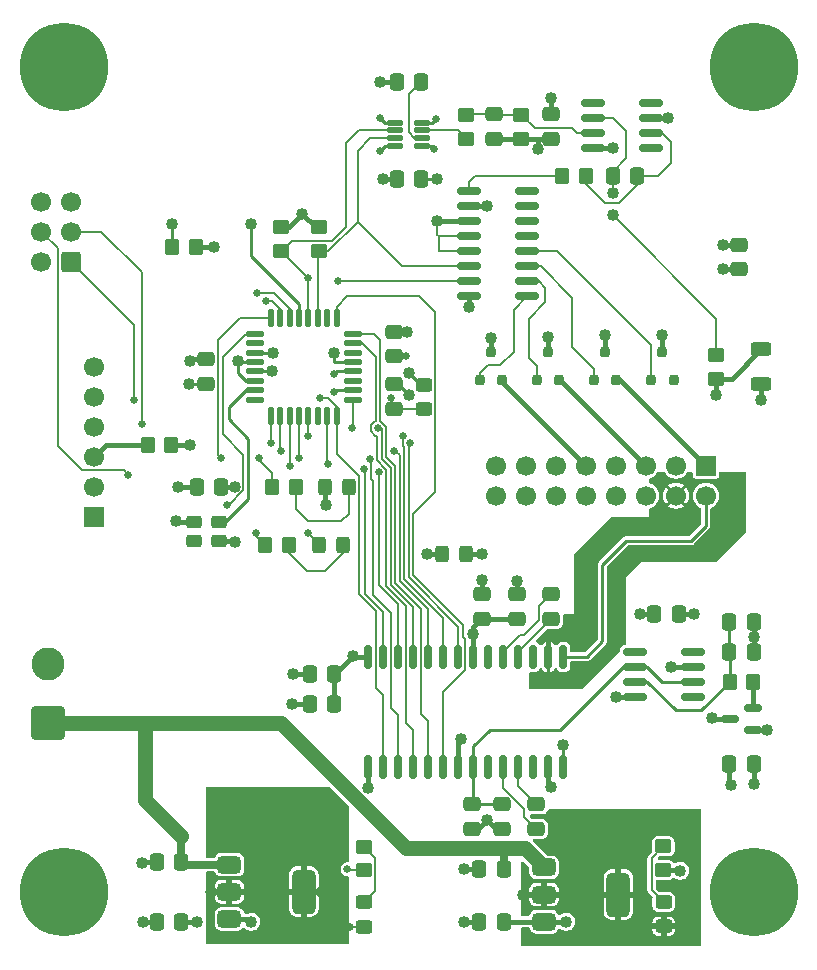
<source format=gbr>
%TF.GenerationSoftware,KiCad,Pcbnew,9.0.3-9.0.3-0~ubuntu24.04.1*%
%TF.CreationDate,2025-08-25T07:44:28-04:00*%
%TF.ProjectId,led-photodiode-avr,6c65642d-7068-46f7-946f-64696f64652d,rev?*%
%TF.SameCoordinates,Original*%
%TF.FileFunction,Copper,L1,Top*%
%TF.FilePolarity,Positive*%
%FSLAX46Y46*%
G04 Gerber Fmt 4.6, Leading zero omitted, Abs format (unit mm)*
G04 Created by KiCad (PCBNEW 9.0.3-9.0.3-0~ubuntu24.04.1) date 2025-08-25 07:44:28*
%MOMM*%
%LPD*%
G01*
G04 APERTURE LIST*
G04 Aperture macros list*
%AMRoundRect*
0 Rectangle with rounded corners*
0 $1 Rounding radius*
0 $2 $3 $4 $5 $6 $7 $8 $9 X,Y pos of 4 corners*
0 Add a 4 corners polygon primitive as box body*
4,1,4,$2,$3,$4,$5,$6,$7,$8,$9,$2,$3,0*
0 Add four circle primitives for the rounded corners*
1,1,$1+$1,$2,$3*
1,1,$1+$1,$4,$5*
1,1,$1+$1,$6,$7*
1,1,$1+$1,$8,$9*
0 Add four rect primitives between the rounded corners*
20,1,$1+$1,$2,$3,$4,$5,0*
20,1,$1+$1,$4,$5,$6,$7,0*
20,1,$1+$1,$6,$7,$8,$9,0*
20,1,$1+$1,$8,$9,$2,$3,0*%
G04 Aperture macros list end*
%TA.AperFunction,SMDPad,CuDef*%
%ADD10RoundRect,0.250000X-0.350000X-0.450000X0.350000X-0.450000X0.350000X0.450000X-0.350000X0.450000X0*%
%TD*%
%TA.AperFunction,ComponentPad*%
%ADD11RoundRect,0.250001X1.149999X-1.149999X1.149999X1.149999X-1.149999X1.149999X-1.149999X-1.149999X0*%
%TD*%
%TA.AperFunction,ComponentPad*%
%ADD12C,2.800000*%
%TD*%
%TA.AperFunction,SMDPad,CuDef*%
%ADD13RoundRect,0.250000X-0.325000X-0.450000X0.325000X-0.450000X0.325000X0.450000X-0.325000X0.450000X0*%
%TD*%
%TA.AperFunction,SMDPad,CuDef*%
%ADD14RoundRect,0.250000X-0.450000X0.325000X-0.450000X-0.325000X0.450000X-0.325000X0.450000X0.325000X0*%
%TD*%
%TA.AperFunction,SMDPad,CuDef*%
%ADD15RoundRect,0.200000X0.200000X-0.250000X0.200000X0.250000X-0.200000X0.250000X-0.200000X-0.250000X0*%
%TD*%
%TA.AperFunction,SMDPad,CuDef*%
%ADD16RoundRect,0.250000X0.337500X0.475000X-0.337500X0.475000X-0.337500X-0.475000X0.337500X-0.475000X0*%
%TD*%
%TA.AperFunction,SMDPad,CuDef*%
%ADD17RoundRect,0.150000X-0.825000X-0.150000X0.825000X-0.150000X0.825000X0.150000X-0.825000X0.150000X0*%
%TD*%
%TA.AperFunction,ComponentPad*%
%ADD18R,1.700000X1.700000*%
%TD*%
%TA.AperFunction,ComponentPad*%
%ADD19C,1.700000*%
%TD*%
%TA.AperFunction,ComponentPad*%
%ADD20C,7.500000*%
%TD*%
%TA.AperFunction,SMDPad,CuDef*%
%ADD21RoundRect,0.250000X0.450000X-0.350000X0.450000X0.350000X-0.450000X0.350000X-0.450000X-0.350000X0*%
%TD*%
%TA.AperFunction,SMDPad,CuDef*%
%ADD22RoundRect,0.250000X-0.475000X0.337500X-0.475000X-0.337500X0.475000X-0.337500X0.475000X0.337500X0*%
%TD*%
%TA.AperFunction,SMDPad,CuDef*%
%ADD23RoundRect,0.250000X-0.400000X-0.300000X0.400000X-0.300000X0.400000X0.300000X-0.400000X0.300000X0*%
%TD*%
%TA.AperFunction,SMDPad,CuDef*%
%ADD24RoundRect,0.250000X0.475000X-0.337500X0.475000X0.337500X-0.475000X0.337500X-0.475000X-0.337500X0*%
%TD*%
%TA.AperFunction,SMDPad,CuDef*%
%ADD25RoundRect,0.375000X-0.625000X-0.375000X0.625000X-0.375000X0.625000X0.375000X-0.625000X0.375000X0*%
%TD*%
%TA.AperFunction,SMDPad,CuDef*%
%ADD26RoundRect,0.500000X-0.500000X-1.400000X0.500000X-1.400000X0.500000X1.400000X-0.500000X1.400000X0*%
%TD*%
%TA.AperFunction,SMDPad,CuDef*%
%ADD27RoundRect,0.250000X-0.337500X-0.475000X0.337500X-0.475000X0.337500X0.475000X-0.337500X0.475000X0*%
%TD*%
%TA.AperFunction,SMDPad,CuDef*%
%ADD28RoundRect,0.150000X-0.150000X0.875000X-0.150000X-0.875000X0.150000X-0.875000X0.150000X0.875000X0*%
%TD*%
%TA.AperFunction,SMDPad,CuDef*%
%ADD29RoundRect,0.150000X0.587500X0.150000X-0.587500X0.150000X-0.587500X-0.150000X0.587500X-0.150000X0*%
%TD*%
%TA.AperFunction,SMDPad,CuDef*%
%ADD30RoundRect,0.150000X0.825000X0.150000X-0.825000X0.150000X-0.825000X-0.150000X0.825000X-0.150000X0*%
%TD*%
%TA.AperFunction,SMDPad,CuDef*%
%ADD31RoundRect,0.250000X0.350000X0.450000X-0.350000X0.450000X-0.350000X-0.450000X0.350000X-0.450000X0*%
%TD*%
%TA.AperFunction,SMDPad,CuDef*%
%ADD32RoundRect,0.250000X0.450000X-0.325000X0.450000X0.325000X-0.450000X0.325000X-0.450000X-0.325000X0*%
%TD*%
%TA.AperFunction,ComponentPad*%
%ADD33RoundRect,0.250000X0.600000X0.600000X-0.600000X0.600000X-0.600000X-0.600000X0.600000X-0.600000X0*%
%TD*%
%TA.AperFunction,SMDPad,CuDef*%
%ADD34RoundRect,0.125000X-0.537500X-0.125000X0.537500X-0.125000X0.537500X0.125000X-0.537500X0.125000X0*%
%TD*%
%TA.AperFunction,SMDPad,CuDef*%
%ADD35RoundRect,0.137500X-0.600000X-0.137500X0.600000X-0.137500X0.600000X0.137500X-0.600000X0.137500X0*%
%TD*%
%TA.AperFunction,SMDPad,CuDef*%
%ADD36RoundRect,0.137500X-0.137500X-0.600000X0.137500X-0.600000X0.137500X0.600000X-0.137500X0.600000X0*%
%TD*%
%TA.AperFunction,SMDPad,CuDef*%
%ADD37RoundRect,0.250000X0.625000X-0.312500X0.625000X0.312500X-0.625000X0.312500X-0.625000X-0.312500X0*%
%TD*%
%TA.AperFunction,SMDPad,CuDef*%
%ADD38RoundRect,0.250000X-0.450000X0.350000X-0.450000X-0.350000X0.450000X-0.350000X0.450000X0.350000X0*%
%TD*%
%TA.AperFunction,ViaPad*%
%ADD39C,0.635000*%
%TD*%
%TA.AperFunction,ViaPad*%
%ADD40C,1.016000*%
%TD*%
%TA.AperFunction,Conductor*%
%ADD41C,0.177800*%
%TD*%
%TA.AperFunction,Conductor*%
%ADD42C,0.381000*%
%TD*%
%TA.AperFunction,Conductor*%
%ADD43C,0.635000*%
%TD*%
%TA.AperFunction,Conductor*%
%ADD44C,1.270000*%
%TD*%
%TA.AperFunction,Conductor*%
%ADD45C,0.254000*%
%TD*%
G04 APERTURE END LIST*
D10*
%TO.P,R11,1*%
%TO.N,/GP_LED2*%
X138954000Y-102743000D03*
%TO.P,R11,2*%
%TO.N,Net-(D4-A)*%
X140954000Y-102743000D03*
%TD*%
D11*
%TO.P,J1,1,Pin_1*%
%TO.N,VBUS*%
X120617500Y-117820000D03*
D12*
%TO.P,J1,2,Pin_2*%
%TO.N,GND*%
X120617500Y-112820000D03*
%TD*%
D13*
%TO.P,D4,1,K*%
%TO.N,GND*%
X143501000Y-102743000D03*
%TO.P,D4,2,A*%
%TO.N,Net-(D4-A)*%
X145551000Y-102743000D03*
%TD*%
D14*
%TO.P,L2,1,1*%
%TO.N,VCC*%
X152400000Y-89145000D03*
%TO.P,L2,2,2*%
%TO.N,Net-(U7-AVCC)*%
X152400000Y-91195000D03*
%TD*%
D15*
%TO.P,Q2,1,B*%
%TO.N,Net-(Q2-B)*%
X161991676Y-88760000D03*
%TO.P,Q2,2,E*%
%TO.N,/LED_driver/LED_2*%
X163891676Y-88760000D03*
%TO.P,Q2,3,C*%
%TO.N,+5VA*%
X162941676Y-86360000D03*
%TD*%
D16*
%TO.P,C7,1*%
%TO.N,VBUS*%
X131847500Y-129540000D03*
%TO.P,C7,2*%
%TO.N,GND*%
X129772500Y-129540000D03*
%TD*%
D17*
%TO.P,U3,1,NC*%
%TO.N,unconnected-(U3-NC-Pad1)*%
X170245000Y-111760000D03*
%TO.P,U3,2,-*%
%TO.N,/VREF*%
X170245000Y-113030000D03*
%TO.P,U3,3,+*%
%TO.N,Net-(U3-+)*%
X170245000Y-114300000D03*
%TO.P,U3,4,V-*%
%TO.N,Earth*%
X170245000Y-115570000D03*
%TO.P,U3,5,NC*%
%TO.N,unconnected-(U3-NC-Pad5)*%
X175195000Y-115570000D03*
%TO.P,U3,6*%
%TO.N,/VREF*%
X175195000Y-114300000D03*
%TO.P,U3,7,V+*%
%TO.N,+5VA*%
X175195000Y-113030000D03*
%TO.P,U3,8,NC*%
%TO.N,unconnected-(U3-NC-Pad8)*%
X175195000Y-111760000D03*
%TD*%
D18*
%TO.P,J4,1,Pin_1*%
%TO.N,GND*%
X124460000Y-100330000D03*
D19*
%TO.P,J4,2,Pin_2*%
%TO.N,unconnected-(J4-Pin_2-Pad2)*%
X124460000Y-97790000D03*
%TO.P,J4,3,Pin_3*%
%TO.N,Net-(J4-Pin_3)*%
X124460000Y-95250000D03*
%TO.P,J4,4,Pin_4*%
%TO.N,/RXD*%
X124460000Y-92710000D03*
%TO.P,J4,5,Pin_5*%
%TO.N,/TXD*%
X124460000Y-90170000D03*
%TO.P,J4,6,Pin_6*%
%TO.N,unconnected-(J4-Pin_6-Pad6)*%
X124460000Y-87630000D03*
%TD*%
D20*
%TO.P,H3,1*%
%TO.N,N/C*%
X121920000Y-132080000D03*
%TD*%
D21*
%TO.P,R10,1*%
%TO.N,VCC*%
X147320000Y-130270000D03*
%TO.P,R10,2*%
%TO.N,Net-(D2-A)*%
X147320000Y-128270000D03*
%TD*%
D22*
%TO.P,C18,1*%
%TO.N,+5VA*%
X163195000Y-66272500D03*
%TO.P,C18,2*%
%TO.N,Earth*%
X163195000Y-68347500D03*
%TD*%
D23*
%TO.P,Y1,1,EN*%
%TO.N,unconnected-(Y1-EN-Pad1)*%
X132935000Y-102425000D03*
%TO.P,Y1,2,GND*%
%TO.N,GND*%
X135035000Y-102425000D03*
%TO.P,Y1,3,OUT*%
%TO.N,/CLK16*%
X135035000Y-100775000D03*
%TO.P,Y1,4,Vcc*%
%TO.N,VCC*%
X132935000Y-100775000D03*
%TD*%
D24*
%TO.P,C20,1*%
%TO.N,Net-(C20-Pad1)*%
X161925000Y-126767500D03*
%TO.P,C20,2*%
%TO.N,Net-(C20-Pad2)*%
X161925000Y-124692500D03*
%TD*%
D25*
%TO.P,U10,1,IN*%
%TO.N,VBUS*%
X162585000Y-130020000D03*
%TO.P,U10,2,GND*%
%TO.N,Earth*%
X162585000Y-132320000D03*
D26*
X168885000Y-132320000D03*
D25*
%TO.P,U10,3,OUT*%
%TO.N,+5VA*%
X162585000Y-134620000D03*
%TD*%
D22*
%TO.P,C11,1*%
%TO.N,/VREF*%
X156442500Y-124692500D03*
%TO.P,C11,2*%
%TO.N,Earth*%
X156442500Y-126767500D03*
%TD*%
D27*
%TO.P,C5,1*%
%TO.N,Net-(U3-+)*%
X178265000Y-109220000D03*
%TO.P,C5,2*%
%TO.N,Earth*%
X180340000Y-109220000D03*
%TD*%
D28*
%TO.P,U5,1,IN1*%
%TO.N,Net-(J2-Pin_2)*%
X164207500Y-112190000D03*
%TO.P,U5,2,AGND*%
%TO.N,Earth*%
X162937500Y-112190000D03*
%TO.P,U5,3,CAP1B*%
%TO.N,unconnected-(U5-CAP1B-Pad3)*%
X161667500Y-112190000D03*
%TO.P,U5,4,CAP1B*%
%TO.N,Net-(C19-Pad2)*%
X160397500Y-112190000D03*
%TO.P,U5,5,CAP1A*%
%TO.N,Net-(C19-Pad1)*%
X159127500Y-112190000D03*
%TO.P,U5,6,CAP1A*%
%TO.N,unconnected-(U5-CAP1A-Pad6)*%
X157857500Y-112190000D03*
%TO.P,U5,7,AVDD*%
%TO.N,+5VA*%
X156587500Y-112190000D03*
%TO.P,U5,8,TEST*%
%TO.N,/PD5*%
X155317500Y-112190000D03*
%TO.P,U5,9,CONV*%
%TO.N,/PB1{slash}OC1A*%
X154047500Y-112190000D03*
%TO.P,U5,10,CLK*%
%TO.N,/PD6{slash}OC0A*%
X152777500Y-112190000D03*
%TO.P,U5,11,DCLK*%
%TO.N,/SCK*%
X151507500Y-112190000D03*
%TO.P,U5,12,~{DXMIT}*%
%TO.N,/PB0*%
X150237500Y-112190000D03*
%TO.P,U5,13,DIN*%
%TO.N,/MOSI*%
X148967500Y-112190000D03*
%TO.P,U5,14,DVDD*%
%TO.N,VCC*%
X147697500Y-112190000D03*
%TO.P,U5,15,DGND*%
%TO.N,GND*%
X147697500Y-121490000D03*
%TO.P,U5,16,DOUT*%
%TO.N,/MISO*%
X148967500Y-121490000D03*
%TO.P,U5,17,~{DVALID}*%
%TO.N,/PD7*%
X150237500Y-121490000D03*
%TO.P,U5,18,RANGE0*%
%TO.N,/PC0{slash}ADC0*%
X151507500Y-121490000D03*
%TO.P,U5,19,RANGE1*%
%TO.N,/PC1{slash}ADC1*%
X152777500Y-121490000D03*
%TO.P,U5,20,RANGE2*%
%TO.N,/PC2{slash}ADC2*%
X154047500Y-121490000D03*
%TO.P,U5,21,AGND*%
%TO.N,Earth*%
X155317500Y-121490000D03*
%TO.P,U5,22,VREF*%
%TO.N,/VREF*%
X156587500Y-121490000D03*
%TO.P,U5,23,CAP2A*%
%TO.N,unconnected-(U5-CAP2A-Pad23)*%
X157857500Y-121490000D03*
%TO.P,U5,24,CAP2A*%
%TO.N,Net-(C20-Pad1)*%
X159127500Y-121490000D03*
%TO.P,U5,25,CAP2B*%
%TO.N,Net-(C20-Pad2)*%
X160397500Y-121490000D03*
%TO.P,U5,26,CAP2B*%
%TO.N,unconnected-(U5-CAP2B-Pad26)*%
X161667500Y-121490000D03*
%TO.P,U5,27,AGND*%
%TO.N,Earth*%
X162937500Y-121490000D03*
%TO.P,U5,28,IN2*%
%TO.N,Net-(J2-Pin_16)*%
X164207500Y-121490000D03*
%TD*%
D21*
%TO.P,R2,1*%
%TO.N,+5VA*%
X172675000Y-130240000D03*
%TO.P,R2,2*%
%TO.N,Net-(D1-A)*%
X172675000Y-128240000D03*
%TD*%
D16*
%TO.P,C6,1*%
%TO.N,+5VA*%
X173990000Y-108585000D03*
%TO.P,C6,2*%
%TO.N,Earth*%
X171915000Y-108585000D03*
%TD*%
D29*
%TO.P,U1,1,IN*%
%TO.N,+5VA*%
X180240000Y-118425000D03*
%TO.P,U1,2,OUT*%
%TO.N,Net-(U1-OUT)*%
X180240000Y-116525000D03*
%TO.P,U1,3,GND*%
%TO.N,Earth*%
X178365000Y-117475000D03*
%TD*%
D15*
%TO.P,Q1,1,B*%
%TO.N,Net-(Q1-B)*%
X157165000Y-88760000D03*
%TO.P,Q1,2,E*%
%TO.N,/LED_driver/LED_1*%
X159065000Y-88760000D03*
%TO.P,Q1,3,C*%
%TO.N,+5VA*%
X158115000Y-86360000D03*
%TD*%
D25*
%TO.P,U2,1,IN*%
%TO.N,VBUS*%
X135940000Y-129780000D03*
%TO.P,U2,2,GND*%
%TO.N,GND*%
X135940000Y-132080000D03*
D26*
X142240000Y-132080000D03*
D25*
%TO.P,U2,3,OUT*%
%TO.N,VCC*%
X135940000Y-134380000D03*
%TD*%
D15*
%TO.P,Q4,1,B*%
%TO.N,Net-(Q4-B)*%
X171645028Y-88760000D03*
%TO.P,Q4,2,E*%
%TO.N,/LED_driver/LED_4*%
X173545028Y-88760000D03*
%TO.P,Q4,3,C*%
%TO.N,+5VA*%
X172595028Y-86360000D03*
%TD*%
D20*
%TO.P,H4,1*%
%TO.N,N/C*%
X180340000Y-132080000D03*
%TD*%
D22*
%TO.P,C19,1*%
%TO.N,Net-(C19-Pad1)*%
X163195000Y-106912500D03*
%TO.P,C19,2*%
%TO.N,Net-(C19-Pad2)*%
X163195000Y-108987500D03*
%TD*%
D30*
%TO.P,U6,1,0*%
%TO.N,Net-(Q1-B)*%
X161163000Y-81661000D03*
%TO.P,U6,2,1*%
%TO.N,Net-(Q2-B)*%
X161163000Y-80391000D03*
%TO.P,U6,3,2*%
%TO.N,Net-(Q3-B)*%
X161163000Y-79121000D03*
%TO.P,U6,4,3*%
%TO.N,Net-(Q4-B)*%
X161163000Y-77851000D03*
%TO.P,U6,5,4*%
%TO.N,unconnected-(U6-4-Pad5)*%
X161163000Y-76581000D03*
%TO.P,U6,6,5*%
%TO.N,unconnected-(U6-5-Pad6)*%
X161163000Y-75311000D03*
%TO.P,U6,7,6*%
%TO.N,unconnected-(U6-6-Pad7)*%
X161163000Y-74041000D03*
%TO.P,U6,8,7*%
%TO.N,unconnected-(U6-7-Pad8)*%
X161163000Y-72771000D03*
%TO.P,U6,9,I/O*%
%TO.N,Net-(U6-I{slash}O)*%
X156213000Y-72771000D03*
%TO.P,U6,10,VEE*%
%TO.N,Earth*%
X156213000Y-74041000D03*
%TO.P,U6,11,GND*%
%TO.N,GND*%
X156213000Y-75311000D03*
%TO.P,U6,12,A1*%
X156213000Y-76581000D03*
%TO.P,U6,13,A0*%
X156213000Y-77851000D03*
%TO.P,U6,14,SDA*%
%TO.N,/SDA*%
X156213000Y-79121000D03*
%TO.P,U6,15,SCL*%
%TO.N,/SCL*%
X156213000Y-80391000D03*
%TO.P,U6,16,VCC*%
%TO.N,+5VA*%
X156213000Y-81661000D03*
%TD*%
D27*
%TO.P,C23,1*%
%TO.N,VCC*%
X133180000Y-97790000D03*
%TO.P,C23,2*%
%TO.N,GND*%
X135255000Y-97790000D03*
%TD*%
D16*
%TO.P,C3,1*%
%TO.N,+5VA*%
X159152500Y-134620000D03*
%TO.P,C3,2*%
%TO.N,Earth*%
X157077500Y-134620000D03*
%TD*%
D31*
%TO.P,R1,1*%
%TO.N,Net-(U1-OUT)*%
X180302500Y-114300000D03*
%TO.P,R1,2*%
%TO.N,Net-(U3-+)*%
X178302500Y-114300000D03*
%TD*%
D22*
%TO.P,C21,1*%
%TO.N,Net-(U8-+)*%
X158369000Y-66272500D03*
%TO.P,C21,2*%
%TO.N,Earth*%
X158369000Y-68347500D03*
%TD*%
D16*
%TO.P,C1,1*%
%TO.N,+5VA*%
X180340000Y-121285000D03*
%TO.P,C1,2*%
%TO.N,Earth*%
X178265000Y-121285000D03*
%TD*%
D13*
%TO.P,D3,1,K*%
%TO.N,GND*%
X144000000Y-97790000D03*
%TO.P,D3,2,A*%
%TO.N,Net-(D3-A)*%
X146050000Y-97790000D03*
%TD*%
D24*
%TO.P,C10,1*%
%TO.N,+5VA*%
X160252500Y-108987500D03*
%TO.P,C10,2*%
%TO.N,Earth*%
X160252500Y-106912500D03*
%TD*%
D21*
%TO.P,R9,1*%
%TO.N,/SCL*%
X140335000Y-77835000D03*
%TO.P,R9,2*%
%TO.N,VCC*%
X140335000Y-75835000D03*
%TD*%
D32*
%TO.P,D2,1,K*%
%TO.N,GND*%
X147320000Y-135040000D03*
%TO.P,D2,2,A*%
%TO.N,Net-(D2-A)*%
X147320000Y-132990000D03*
%TD*%
D21*
%TO.P,R6,1*%
%TO.N,/LED_driver/LED_K*%
X177165000Y-88630000D03*
%TO.P,R6,2*%
%TO.N,Net-(U8--)*%
X177165000Y-86630000D03*
%TD*%
D16*
%TO.P,C14,1*%
%TO.N,VCC*%
X144801500Y-116205000D03*
%TO.P,C14,2*%
%TO.N,GND*%
X142726500Y-116205000D03*
%TD*%
D33*
%TO.P,J3,1,MISO*%
%TO.N,/MISO*%
X122560000Y-78740000D03*
D19*
%TO.P,J3,2,VCC*%
%TO.N,VCC*%
X120020000Y-78740000D03*
%TO.P,J3,3,SCK*%
%TO.N,/SCK*%
X122560000Y-76200000D03*
%TO.P,J3,4,MOSI*%
%TO.N,/MOSI*%
X120020000Y-76200000D03*
%TO.P,J3,5,~{RST}*%
%TO.N,/~{RESET}*%
X122560000Y-73660000D03*
%TO.P,J3,6,GND*%
%TO.N,GND*%
X120020000Y-73660000D03*
%TD*%
D22*
%TO.P,C12,1*%
%TO.N,/VREF*%
X158982500Y-124692500D03*
%TO.P,C12,2*%
%TO.N,Earth*%
X158982500Y-126767500D03*
%TD*%
D24*
%TO.P,C55,1*%
%TO.N,Net-(U7-AREF)*%
X149860000Y-86762500D03*
%TO.P,C55,2*%
%TO.N,GND*%
X149860000Y-84687500D03*
%TD*%
D21*
%TO.P,R8,1*%
%TO.N,/SDA*%
X143510000Y-77835000D03*
%TO.P,R8,2*%
%TO.N,VCC*%
X143510000Y-75835000D03*
%TD*%
D17*
%TO.P,U8,1,NC*%
%TO.N,unconnected-(U8-NC-Pad1)*%
X166689000Y-65278000D03*
%TO.P,U8,2,-*%
%TO.N,Net-(U8--)*%
X166689000Y-66548000D03*
%TO.P,U8,3,+*%
%TO.N,Net-(U8-+)*%
X166689000Y-67818000D03*
%TO.P,U8,4,V-*%
%TO.N,Earth*%
X166689000Y-69088000D03*
%TO.P,U8,5,NC*%
%TO.N,unconnected-(U8-NC-Pad5)*%
X171639000Y-69088000D03*
%TO.P,U8,6*%
%TO.N,Net-(C17-Pad2)*%
X171639000Y-67818000D03*
%TO.P,U8,7,V+*%
%TO.N,+5VA*%
X171639000Y-66548000D03*
%TO.P,U8,8,NC*%
%TO.N,unconnected-(U8-NC-Pad8)*%
X171639000Y-65278000D03*
%TD*%
D18*
%TO.P,J2,1,Pin_1*%
%TO.N,/LED_driver/LED_3*%
X176280000Y-96000000D03*
D19*
%TO.P,J2,2,Pin_2*%
%TO.N,Net-(J2-Pin_2)*%
X176280000Y-98540000D03*
%TO.P,J2,3,Pin_3*%
%TO.N,/LED_driver/LED_K*%
X173740000Y-96000000D03*
%TO.P,J2,4,Pin_4*%
%TO.N,Earth*%
X173740000Y-98540000D03*
%TO.P,J2,5,Pin_5*%
%TO.N,/LED_driver/LED_2*%
X171200000Y-96000000D03*
%TO.P,J2,6,Pin_6*%
%TO.N,unconnected-(J2-Pin_6-Pad6)*%
X171200000Y-98540000D03*
%TO.P,J2,7,Pin_7*%
%TO.N,/LED_driver/LED_K*%
X168660000Y-96000000D03*
%TO.P,J2,8,Pin_8*%
%TO.N,unconnected-(J2-Pin_8-Pad8)*%
X168660000Y-98540000D03*
%TO.P,J2,9,Pin_9*%
%TO.N,/LED_driver/LED_1*%
X166120000Y-96000000D03*
%TO.P,J2,10,Pin_10*%
%TO.N,unconnected-(J2-Pin_10-Pad10)*%
X166120000Y-98540000D03*
%TO.P,J2,11,Pin_11*%
%TO.N,/LED_driver/LED_K*%
X163580000Y-96000000D03*
%TO.P,J2,12,Pin_12*%
%TO.N,unconnected-(J2-Pin_12-Pad12)*%
X163580000Y-98540000D03*
%TO.P,J2,13,Pin_13*%
%TO.N,unconnected-(J2-Pin_13-Pad13)*%
X161040000Y-96000000D03*
%TO.P,J2,14,Pin_14*%
%TO.N,Earth*%
X161040000Y-98540000D03*
%TO.P,J2,15,Pin_15*%
%TO.N,unconnected-(J2-Pin_15-Pad15)*%
X158500000Y-96000000D03*
%TO.P,J2,16,Pin_16*%
%TO.N,Net-(J2-Pin_16)*%
X158500000Y-98540000D03*
%TD*%
D10*
%TO.P,R45,1*%
%TO.N,/~{RESET}*%
X131080000Y-77470000D03*
%TO.P,R45,2*%
%TO.N,VCC*%
X133080000Y-77470000D03*
%TD*%
D27*
%TO.P,C4,1*%
%TO.N,Net-(U3-+)*%
X178265000Y-111760000D03*
%TO.P,C4,2*%
%TO.N,Earth*%
X180340000Y-111760000D03*
%TD*%
D34*
%TO.P,U9,1,CA0*%
%TO.N,GND*%
X149992500Y-66970000D03*
%TO.P,U9,2,SCL*%
%TO.N,/SCL*%
X149992500Y-67620000D03*
%TO.P,U9,3,SDA*%
%TO.N,/SDA*%
X149992500Y-68270000D03*
%TO.P,U9,4,GND*%
%TO.N,GND*%
X149992500Y-68920000D03*
%TO.P,U9,5,VCC*%
%TO.N,VCC*%
X152267500Y-68920000D03*
%TO.P,U9,6,REF*%
%TO.N,Net-(U9-REF)*%
X152267500Y-68270000D03*
%TO.P,U9,7,Vout*%
%TO.N,Net-(U9-Vout)*%
X152267500Y-67620000D03*
%TO.P,U9,8,REF_SEL*%
%TO.N,VCC*%
X152267500Y-66970000D03*
%TD*%
D27*
%TO.P,C17,1*%
%TO.N,Net-(U8--)*%
X168380500Y-71501000D03*
%TO.P,C17,2*%
%TO.N,Net-(C17-Pad2)*%
X170455500Y-71501000D03*
%TD*%
D24*
%TO.P,C54,1*%
%TO.N,Net-(U7-AVCC)*%
X149860000Y-91200000D03*
%TO.P,C54,2*%
%TO.N,GND*%
X149860000Y-89125000D03*
%TD*%
D16*
%TO.P,C8,1*%
%TO.N,VCC*%
X131847500Y-134620000D03*
%TO.P,C8,2*%
%TO.N,GND*%
X129772500Y-134620000D03*
%TD*%
D31*
%TO.P,R29,1*%
%TO.N,VCC*%
X131032000Y-94234000D03*
%TO.P,R29,2*%
%TO.N,Net-(J4-Pin_3)*%
X129032000Y-94234000D03*
%TD*%
D16*
%TO.P,C16,1*%
%TO.N,VCC*%
X152167500Y-71755000D03*
%TO.P,C16,2*%
%TO.N,GND*%
X150092500Y-71755000D03*
%TD*%
D10*
%TO.P,R5,1*%
%TO.N,Net-(U6-I{slash}O)*%
X164100000Y-71501000D03*
%TO.P,R5,2*%
%TO.N,Net-(C17-Pad2)*%
X166100000Y-71501000D03*
%TD*%
D13*
%TO.P,L1,1,1*%
%TO.N,GND*%
X153915000Y-103505000D03*
%TO.P,L1,2,2*%
%TO.N,Earth*%
X155965000Y-103505000D03*
%TD*%
D10*
%TO.P,R47,1*%
%TO.N,/GP_LED*%
X139580000Y-97820000D03*
%TO.P,R47,2*%
%TO.N,Net-(D3-A)*%
X141580000Y-97820000D03*
%TD*%
D24*
%TO.P,C9,1*%
%TO.N,+5VA*%
X157302500Y-108987500D03*
%TO.P,C9,2*%
%TO.N,Earth*%
X157302500Y-106912500D03*
%TD*%
D20*
%TO.P,H2,1*%
%TO.N,N/C*%
X180340000Y-62230000D03*
%TD*%
D16*
%TO.P,C13,1*%
%TO.N,VCC*%
X144801500Y-113665000D03*
%TO.P,C13,2*%
%TO.N,GND*%
X142726500Y-113665000D03*
%TD*%
D35*
%TO.P,U7,1,PD3*%
%TO.N,/GP_LED2*%
X138077500Y-84830000D03*
%TO.P,U7,2,PD4*%
%TO.N,unconnected-(U7-PD4-Pad2)*%
X138077500Y-85630000D03*
%TO.P,U7,3,GND*%
%TO.N,GND*%
X138077500Y-86430000D03*
%TO.P,U7,4,VCC*%
%TO.N,VCC*%
X138077500Y-87230000D03*
%TO.P,U7,5,GND*%
%TO.N,GND*%
X138077500Y-88030000D03*
%TO.P,U7,6,VCC*%
%TO.N,VCC*%
X138077500Y-88830000D03*
%TO.P,U7,7,XTAL1/PB6*%
%TO.N,/CLK16*%
X138077500Y-89630000D03*
%TO.P,U7,8,XTAL2/PB7*%
%TO.N,unconnected-(U7-XTAL2{slash}PB7-Pad8)*%
X138077500Y-90430000D03*
D36*
%TO.P,U7,9,PD5*%
%TO.N,/PD5*%
X139440000Y-91792500D03*
%TO.P,U7,10,PD6*%
%TO.N,/PD6{slash}OC0A*%
X140240000Y-91792500D03*
%TO.P,U7,11,PD7*%
%TO.N,/PD7*%
X141040000Y-91792500D03*
%TO.P,U7,12,PB0*%
%TO.N,/PB0*%
X141840000Y-91792500D03*
%TO.P,U7,13,PB1*%
%TO.N,/PB1{slash}OC1A*%
X142640000Y-91792500D03*
%TO.P,U7,14,PB2*%
%TO.N,/SS{slash}DONT_USE*%
X143440000Y-91792500D03*
%TO.P,U7,15,PB3*%
%TO.N,/MOSI*%
X144240000Y-91792500D03*
%TO.P,U7,16,PB4*%
%TO.N,/MISO*%
X145040000Y-91792500D03*
D35*
%TO.P,U7,17,PB5*%
%TO.N,/SCK*%
X146402500Y-90430000D03*
%TO.P,U7,18,AVCC*%
%TO.N,Net-(U7-AVCC)*%
X146402500Y-89630000D03*
%TO.P,U7,19,ADC6*%
%TO.N,unconnected-(U7-ADC6-Pad19)*%
X146402500Y-88830000D03*
%TO.P,U7,20,AREF*%
%TO.N,Net-(U7-AREF)*%
X146402500Y-88030000D03*
%TO.P,U7,21,GND*%
%TO.N,GND*%
X146402500Y-87230000D03*
%TO.P,U7,22,ADC7*%
%TO.N,unconnected-(U7-ADC7-Pad22)*%
X146402500Y-86430000D03*
%TO.P,U7,23,PC0*%
%TO.N,/PC0{slash}ADC0*%
X146402500Y-85630000D03*
%TO.P,U7,24,PC1*%
%TO.N,/PC1{slash}ADC1*%
X146402500Y-84830000D03*
D36*
%TO.P,U7,25,PC2*%
%TO.N,/PC2{slash}ADC2*%
X145040000Y-83467500D03*
%TO.P,U7,26,PC3*%
%TO.N,unconnected-(U7-PC3-Pad26)*%
X144240000Y-83467500D03*
%TO.P,U7,27,PC4*%
%TO.N,/SDA*%
X143440000Y-83467500D03*
%TO.P,U7,28,PC5*%
%TO.N,/SCL*%
X142640000Y-83467500D03*
%TO.P,U7,29,~{RESET}/PC6*%
%TO.N,/~{RESET}*%
X141840000Y-83467500D03*
%TO.P,U7,30,PD0*%
%TO.N,/RXD*%
X141040000Y-83467500D03*
%TO.P,U7,31,PD1*%
%TO.N,/TXD*%
X140240000Y-83467500D03*
%TO.P,U7,32,PD2*%
%TO.N,/GP_LED*%
X139440000Y-83467500D03*
%TD*%
D22*
%TO.P,C52,1*%
%TO.N,VCC*%
X133985000Y-86995000D03*
%TO.P,C52,2*%
%TO.N,GND*%
X133985000Y-89070000D03*
%TD*%
D20*
%TO.P,H1,1*%
%TO.N,N/C*%
X121920000Y-62230000D03*
%TD*%
D16*
%TO.P,C15,1*%
%TO.N,Net-(U9-REF)*%
X152167500Y-63500000D03*
%TO.P,C15,2*%
%TO.N,GND*%
X150092500Y-63500000D03*
%TD*%
D15*
%TO.P,Q3,1,B*%
%TO.N,Net-(Q3-B)*%
X166818352Y-88760000D03*
%TO.P,Q3,2,E*%
%TO.N,/LED_driver/LED_3*%
X168718352Y-88760000D03*
%TO.P,Q3,3,C*%
%TO.N,+5VA*%
X167768352Y-86360000D03*
%TD*%
D37*
%TO.P,R7,1*%
%TO.N,Earth*%
X180975000Y-89092500D03*
%TO.P,R7,2*%
%TO.N,/LED_driver/LED_K*%
X180975000Y-86167500D03*
%TD*%
D16*
%TO.P,C2,1*%
%TO.N,VBUS*%
X159152500Y-130175000D03*
%TO.P,C2,2*%
%TO.N,Earth*%
X157077500Y-130175000D03*
%TD*%
D22*
%TO.P,C22,1*%
%TO.N,+5VA*%
X179070000Y-77300000D03*
%TO.P,C22,2*%
%TO.N,Earth*%
X179070000Y-79375000D03*
%TD*%
D32*
%TO.P,D1,1,K*%
%TO.N,Earth*%
X172720000Y-135010000D03*
%TO.P,D1,2,A*%
%TO.N,Net-(D1-A)*%
X172720000Y-132960000D03*
%TD*%
D38*
%TO.P,R3,1*%
%TO.N,Net-(U8-+)*%
X155956000Y-66310000D03*
%TO.P,R3,2*%
%TO.N,Net-(U9-Vout)*%
X155956000Y-68310000D03*
%TD*%
%TO.P,R4,1*%
%TO.N,Net-(U8-+)*%
X160655000Y-66310000D03*
%TO.P,R4,2*%
%TO.N,Earth*%
X160655000Y-68310000D03*
%TD*%
D39*
%TO.N,GND*%
X142621000Y-101727000D03*
%TO.N,/GP_LED2*%
X138176000Y-101727000D03*
X135763000Y-99314000D03*
D40*
%TO.N,Earth*%
X160796000Y-132320000D03*
X180340000Y-110490000D03*
X157353000Y-105664000D03*
X163322000Y-110363000D03*
X168656000Y-115570000D03*
X170688000Y-108585000D03*
X178435000Y-123063000D03*
X155575000Y-119126000D03*
X157353000Y-103505000D03*
X162052000Y-69215000D03*
X174362000Y-135010000D03*
X177694500Y-79375000D03*
X160252500Y-105812500D03*
X176784000Y-117348000D03*
X180975000Y-90424000D03*
X170815000Y-132334000D03*
X157734000Y-125984000D03*
X155829000Y-130175000D03*
X155829000Y-134620000D03*
X168402000Y-69088000D03*
X163195000Y-123190000D03*
X157734000Y-74041000D03*
%TO.N,+5VA*%
X172595028Y-84965028D03*
X158115000Y-85217000D03*
X164465000Y-134620000D03*
X173101000Y-66548000D03*
X162941676Y-85090676D03*
X181422000Y-118425000D03*
X163195000Y-64897000D03*
X156210000Y-82550000D03*
X173355000Y-113030000D03*
X177694500Y-77300000D03*
X167768352Y-84964352D03*
X175260000Y-108585000D03*
X174117000Y-130302000D03*
X180340000Y-122936000D03*
X156587500Y-110236000D03*
%TO.N,GND*%
X144145000Y-99314000D03*
X153543000Y-75311000D03*
D39*
X148717000Y-66548000D03*
D40*
X144780000Y-86487000D03*
X141224000Y-116205000D03*
X132504000Y-89070000D03*
D39*
X146138000Y-135040000D03*
D40*
X148717000Y-63500000D03*
X151130000Y-90043000D03*
D39*
X148717000Y-69342000D03*
D40*
X134366000Y-132080000D03*
X139573000Y-88011000D03*
X147697500Y-123313500D03*
X152654000Y-103505000D03*
X150981500Y-84687500D03*
X128524000Y-129667000D03*
X143764000Y-132080000D03*
X141351000Y-113665000D03*
X128651000Y-134620000D03*
X148971000Y-71755000D03*
X136398000Y-97790000D03*
X136398000Y-102489000D03*
X139630000Y-86430000D03*
%TO.N,VCC*%
X134620000Y-77470000D03*
D39*
X153416000Y-66675000D03*
D40*
X153543000Y-71755000D03*
X133223000Y-134620000D03*
X132572000Y-94234000D03*
X132588000Y-87122000D03*
D39*
X153289000Y-69215000D03*
D40*
X142113000Y-74676000D03*
X146431000Y-112141000D03*
X131572000Y-97790000D03*
D39*
X145923000Y-130175000D03*
D40*
X136652000Y-87122000D03*
X137795000Y-134620000D03*
X131445000Y-100711000D03*
X151130000Y-88138000D03*
%TO.N,Net-(U8--)*%
X168402000Y-72898000D03*
X168402000Y-74803000D03*
D39*
%TO.N,Net-(U7-AVCC)*%
X144780000Y-89789000D03*
X149606000Y-90297000D03*
%TO.N,Net-(U7-AREF)*%
X144780000Y-88265000D03*
X150876000Y-86741000D03*
D40*
%TO.N,Net-(J2-Pin_16)*%
X164207500Y-119637500D03*
%TO.N,/LED_driver/LED_K*%
X177165000Y-90043000D03*
D39*
%TO.N,/MOSI*%
X147348600Y-96266000D03*
X127381000Y-96774000D03*
X144272000Y-95849800D03*
%TO.N,/MISO*%
X143637000Y-90297000D03*
X127889000Y-90424000D03*
D40*
%TO.N,/~{RESET}*%
X131064000Y-75565000D03*
X137795000Y-75565000D03*
D39*
%TO.N,/SCK*%
X128524000Y-92456000D03*
X146318401Y-92851401D03*
X148508820Y-92851401D03*
%TO.N,/RXD*%
X138303000Y-81407000D03*
%TO.N,/TXD*%
X139065000Y-82042000D03*
%TO.N,/SCL*%
X145161000Y-80391000D03*
X142621000Y-80137000D03*
%TO.N,/GP_LED*%
X138430000Y-95377000D03*
X135255000Y-95377000D03*
%TO.N,/PB0*%
X141859000Y-95377000D03*
X148578006Y-96531994D03*
%TO.N,/PD5*%
X139446000Y-94107000D03*
X151257000Y-94107000D03*
%TO.N,/PD6{slash}OC0A*%
X140335000Y-94742000D03*
X149860000Y-94742000D03*
%TO.N,/PB1{slash}OC1A*%
X150622000Y-93472000D03*
X142621000Y-93472000D03*
%TO.N,/PD7*%
X141097000Y-96012000D03*
X147861000Y-95471000D03*
%TD*%
D41*
%TO.N,GND*%
X143501000Y-102607000D02*
X142621000Y-101727000D01*
X143501000Y-102743000D02*
X143501000Y-102607000D01*
%TO.N,Net-(D4-A)*%
X140954000Y-103362000D02*
X142494000Y-104902000D01*
X140954000Y-102743000D02*
X140954000Y-103362000D01*
X142494000Y-104902000D02*
X144018000Y-104902000D01*
X144018000Y-104902000D02*
X145551000Y-103369000D01*
X145551000Y-103369000D02*
X145551000Y-102743000D01*
%TO.N,/GP_LED2*%
X138176000Y-101727000D02*
X138176000Y-101965000D01*
X138176000Y-101965000D02*
X138954000Y-102743000D01*
X137122900Y-98090264D02*
X135899164Y-99314000D01*
X137122900Y-95085900D02*
X137122900Y-98090264D01*
X135382000Y-93345000D02*
X137122900Y-95085900D01*
X135899164Y-99314000D02*
X135763000Y-99314000D01*
X138077500Y-84830000D02*
X137340001Y-84830000D01*
X137340001Y-84830000D02*
X135382000Y-86788001D01*
X135382000Y-86788001D02*
X135382000Y-93345000D01*
%TO.N,/GP_LED*%
X139440000Y-83467500D02*
X136877500Y-83467500D01*
X136877500Y-83467500D02*
X135001000Y-85344000D01*
X135001000Y-85344000D02*
X135001000Y-95123000D01*
X135001000Y-95123000D02*
X135255000Y-95377000D01*
D42*
%TO.N,Earth*%
X168885000Y-132320000D02*
X170801000Y-132320000D01*
X157302500Y-105714500D02*
X157353000Y-105664000D01*
X158369000Y-68347500D02*
X160617500Y-68347500D01*
X162937500Y-110747500D02*
X163322000Y-110363000D01*
X162937500Y-122932500D02*
X163195000Y-123190000D01*
X160692500Y-68347500D02*
X160655000Y-68310000D01*
X162937500Y-121490000D02*
X162937500Y-122932500D01*
X162052000Y-68347500D02*
X162052000Y-69215000D01*
X156213000Y-74041000D02*
X157734000Y-74041000D01*
X157302500Y-106912500D02*
X157302500Y-105714500D01*
X176911000Y-117475000D02*
X176784000Y-117348000D01*
X160274000Y-105791000D02*
X160252500Y-105812500D01*
X179070000Y-79375000D02*
X177694500Y-79375000D01*
X157077500Y-134620000D02*
X155829000Y-134620000D01*
X158517500Y-126767500D02*
X157734000Y-125984000D01*
X172720000Y-135010000D02*
X174362000Y-135010000D01*
X155317500Y-121490000D02*
X155317500Y-119383500D01*
X162937500Y-112190000D02*
X162937500Y-110747500D01*
X174371000Y-135001000D02*
X174362000Y-135010000D01*
X162585000Y-132320000D02*
X160796000Y-132320000D01*
X160782000Y-132334000D02*
X160796000Y-132320000D01*
X178265000Y-122893000D02*
X178435000Y-123063000D01*
X156442500Y-126767500D02*
X156950500Y-126767500D01*
X156950500Y-126767500D02*
X157734000Y-125984000D01*
X162052000Y-68347500D02*
X160692500Y-68347500D01*
X155965000Y-103505000D02*
X157353000Y-103505000D01*
X170801000Y-132320000D02*
X170815000Y-132334000D01*
X158982500Y-126767500D02*
X158517500Y-126767500D01*
X180340000Y-109220000D02*
X180340000Y-110490000D01*
X171915000Y-108585000D02*
X170688000Y-108585000D01*
X178265000Y-121285000D02*
X178265000Y-122893000D01*
X166689000Y-69088000D02*
X168402000Y-69088000D01*
X177673000Y-79353500D02*
X177694500Y-79375000D01*
X160252500Y-106912500D02*
X160252500Y-105812500D01*
X178365000Y-117475000D02*
X176911000Y-117475000D01*
X180340000Y-111760000D02*
X180340000Y-110490000D01*
X160617500Y-68347500D02*
X160655000Y-68310000D01*
X170245000Y-115570000D02*
X168656000Y-115570000D01*
X155317500Y-119383500D02*
X155575000Y-119126000D01*
X157077500Y-130175000D02*
X155829000Y-130175000D01*
X163195000Y-68347500D02*
X162052000Y-68347500D01*
X180975000Y-89092500D02*
X180975000Y-90424000D01*
%TO.N,+5VA*%
X162941000Y-85090000D02*
X162941676Y-85090676D01*
X175195000Y-113030000D02*
X173355000Y-113030000D01*
X180240000Y-118425000D02*
X181422000Y-118425000D01*
X181483000Y-118364000D02*
X181422000Y-118425000D01*
X162941676Y-86360000D02*
X162941676Y-85090676D01*
X156213000Y-82547000D02*
X156210000Y-82550000D01*
X171639000Y-66548000D02*
X173101000Y-66548000D01*
X180340000Y-121285000D02*
X180340000Y-122936000D01*
X156587500Y-109702500D02*
X156587500Y-110236000D01*
X173990000Y-108585000D02*
X175260000Y-108585000D01*
X174055000Y-130240000D02*
X174117000Y-130302000D01*
X172593000Y-84963000D02*
X172595028Y-84965028D01*
X159152500Y-134620000D02*
X162585000Y-134620000D01*
X157302500Y-108987500D02*
X156587500Y-109702500D01*
X158115000Y-86360000D02*
X158115000Y-85217000D01*
X156213000Y-81661000D02*
X156213000Y-82547000D01*
X172675000Y-130240000D02*
X174055000Y-130240000D01*
X156587500Y-112190000D02*
X156587500Y-110236000D01*
X179070000Y-77300000D02*
X177694500Y-77300000D01*
X172595028Y-86360000D02*
X172595028Y-84965028D01*
X177673000Y-77321500D02*
X177694500Y-77300000D01*
X162585000Y-134620000D02*
X164465000Y-134620000D01*
X167767000Y-84963000D02*
X167768352Y-84964352D01*
X160252500Y-108987500D02*
X157302500Y-108987500D01*
X163195000Y-66272500D02*
X163195000Y-64897000D01*
X167768352Y-86360000D02*
X167768352Y-84964352D01*
D43*
%TO.N,VBUS*%
X132087500Y-129780000D02*
X131847500Y-129540000D01*
X131847500Y-127402500D02*
X131826000Y-127381000D01*
D44*
X162585000Y-130020000D02*
X160962000Y-128397000D01*
X150876000Y-128397000D02*
X140299000Y-117820000D01*
X128778000Y-117820000D02*
X120617500Y-117820000D01*
X132080000Y-117820000D02*
X128778000Y-117820000D01*
D43*
X135940000Y-129780000D02*
X132087500Y-129780000D01*
D44*
X140299000Y-117820000D02*
X132080000Y-117820000D01*
X160962000Y-128397000D02*
X159004000Y-128397000D01*
X128778000Y-124333000D02*
X131826000Y-127381000D01*
X159004000Y-128397000D02*
X150876000Y-128397000D01*
X128778000Y-117820000D02*
X128778000Y-124333000D01*
D43*
X159152500Y-130175000D02*
X159152500Y-128545500D01*
X159152500Y-128545500D02*
X159004000Y-128397000D01*
X131847500Y-129540000D02*
X131847500Y-127402500D01*
D45*
%TO.N,Net-(U3-+)*%
X178302500Y-111797500D02*
X178265000Y-111760000D01*
X173736000Y-116713000D02*
X175889500Y-116713000D01*
X170245000Y-114300000D02*
X171323000Y-114300000D01*
X178302500Y-114300000D02*
X178302500Y-111797500D01*
X171323000Y-114300000D02*
X173736000Y-116713000D01*
X175889500Y-116713000D02*
X178302500Y-114300000D01*
X178265000Y-111760000D02*
X178265000Y-109220000D01*
%TO.N,GND*%
X132461000Y-89027000D02*
X132504000Y-89070000D01*
D42*
X128651000Y-129540000D02*
X128524000Y-129667000D01*
X144000000Y-99169000D02*
X144145000Y-99314000D01*
X136334000Y-102425000D02*
X136398000Y-102489000D01*
D45*
X144799000Y-87230000D02*
X146402500Y-87230000D01*
X139700000Y-86360000D02*
X139630000Y-86430000D01*
X133985000Y-89070000D02*
X132504000Y-89070000D01*
D42*
X150092500Y-63500000D02*
X148717000Y-63500000D01*
D41*
X156213000Y-77851000D02*
X153670000Y-77851000D01*
D45*
X138077500Y-86430000D02*
X139630000Y-86430000D01*
D41*
X153543000Y-76454000D02*
X153543000Y-75311000D01*
D42*
X142240000Y-132080000D02*
X143764000Y-132080000D01*
D45*
X139554000Y-88030000D02*
X139573000Y-88011000D01*
D42*
X129772500Y-129540000D02*
X128651000Y-129540000D01*
D45*
X149992500Y-66970000D02*
X149139000Y-66970000D01*
X151003000Y-84709000D02*
X150981500Y-84687500D01*
X144780000Y-86487000D02*
X144780000Y-87211000D01*
D42*
X144000000Y-97790000D02*
X144000000Y-99169000D01*
X129772500Y-134620000D02*
X128651000Y-134620000D01*
D45*
X150212000Y-89125000D02*
X151130000Y-90043000D01*
D42*
X135940000Y-132080000D02*
X134366000Y-132080000D01*
D45*
X144780000Y-87211000D02*
X144799000Y-87230000D01*
D42*
X147701000Y-123317000D02*
X147697500Y-123313500D01*
D41*
X153670000Y-76581000D02*
X153543000Y-76454000D01*
D42*
X153915000Y-103505000D02*
X152654000Y-103505000D01*
D45*
X149992500Y-68920000D02*
X149139000Y-68920000D01*
X149860000Y-84687500D02*
X150981500Y-84687500D01*
D42*
X135255000Y-97790000D02*
X136398000Y-97790000D01*
X147697500Y-121490000D02*
X147697500Y-123313500D01*
D41*
X156213000Y-76581000D02*
X153670000Y-76581000D01*
X147320000Y-135040000D02*
X146138000Y-135040000D01*
D45*
X138077500Y-88030000D02*
X139554000Y-88030000D01*
X149139000Y-68920000D02*
X148717000Y-69342000D01*
D42*
X156213000Y-75311000D02*
X153543000Y-75311000D01*
X142726500Y-116205000D02*
X141224000Y-116205000D01*
X150092500Y-71755000D02*
X148971000Y-71755000D01*
D41*
X153670000Y-77851000D02*
X153670000Y-76581000D01*
D42*
X135035000Y-102425000D02*
X136334000Y-102425000D01*
X142726500Y-113665000D02*
X141351000Y-113665000D01*
D41*
X146050000Y-135128000D02*
X146138000Y-135040000D01*
D45*
X149139000Y-66970000D02*
X148717000Y-66548000D01*
X149860000Y-89125000D02*
X150212000Y-89125000D01*
D42*
%TO.N,VCC*%
X131509000Y-100775000D02*
X131445000Y-100711000D01*
D41*
X146018000Y-130270000D02*
X145923000Y-130175000D01*
D42*
X135940000Y-134380000D02*
X137555000Y-134380000D01*
X131032000Y-94234000D02*
X132572000Y-94234000D01*
D45*
X153121000Y-66970000D02*
X153416000Y-66675000D01*
D41*
X147320000Y-130270000D02*
X146018000Y-130270000D01*
D42*
X132935000Y-100775000D02*
X131509000Y-100775000D01*
D45*
X136760000Y-87230000D02*
X136652000Y-87122000D01*
D42*
X146480000Y-112190000D02*
X146431000Y-112141000D01*
X144801500Y-116205000D02*
X144801500Y-113665000D01*
D45*
X137340001Y-88830000D02*
X136652000Y-88141999D01*
D42*
X140954000Y-75835000D02*
X142113000Y-74676000D01*
X143510000Y-75835000D02*
X143272000Y-75835000D01*
X133080000Y-77470000D02*
X134620000Y-77470000D01*
D45*
X152267500Y-68920000D02*
X152994000Y-68920000D01*
X152267500Y-66970000D02*
X153121000Y-66970000D01*
D42*
X143272000Y-75835000D02*
X142113000Y-74676000D01*
X144907000Y-113665000D02*
X146431000Y-112141000D01*
X133985000Y-86995000D02*
X132715000Y-86995000D01*
X131847500Y-134620000D02*
X133223000Y-134620000D01*
X137555000Y-134380000D02*
X137795000Y-134620000D01*
D45*
X138077500Y-87230000D02*
X136760000Y-87230000D01*
X152167500Y-71755000D02*
X153543000Y-71755000D01*
X152994000Y-68920000D02*
X153289000Y-69215000D01*
D42*
X144801500Y-113665000D02*
X144907000Y-113665000D01*
D45*
X136652000Y-88141999D02*
X136652000Y-87122000D01*
X152400000Y-89145000D02*
X152137000Y-89145000D01*
D42*
X133180000Y-97790000D02*
X131572000Y-97790000D01*
X140335000Y-75835000D02*
X140954000Y-75835000D01*
D45*
X152137000Y-89145000D02*
X151130000Y-88138000D01*
D42*
X132715000Y-86995000D02*
X132588000Y-87122000D01*
D45*
X138077500Y-88830000D02*
X137340001Y-88830000D01*
D42*
X147697500Y-112190000D02*
X146480000Y-112190000D01*
D45*
%TO.N,/VREF*%
X156587500Y-119764500D02*
X156587500Y-121490000D01*
X156587500Y-121490000D02*
X156587500Y-124547500D01*
X172593000Y-114300000D02*
X175195000Y-114300000D01*
X163936001Y-118364000D02*
X157988000Y-118364000D01*
X170245000Y-113030000D02*
X169270001Y-113030000D01*
X171323000Y-113030000D02*
X172593000Y-114300000D01*
X157988000Y-118364000D02*
X156587500Y-119764500D01*
X170245000Y-113030000D02*
X171323000Y-113030000D01*
X169270001Y-113030000D02*
X163936001Y-118364000D01*
X156587500Y-124547500D02*
X156442500Y-124692500D01*
X158982500Y-124692500D02*
X156442500Y-124692500D01*
D41*
%TO.N,Net-(U9-REF)*%
X151130000Y-67794999D02*
X151130000Y-64537500D01*
X151605001Y-68270000D02*
X151130000Y-67794999D01*
X152267500Y-68270000D02*
X151605001Y-68270000D01*
X151130000Y-64537500D02*
X152167500Y-63500000D01*
%TO.N,Net-(U8--)*%
X169545000Y-69977000D02*
X169545000Y-67691000D01*
X168380500Y-71501000D02*
X168380500Y-71141500D01*
X177165000Y-86630000D02*
X177165000Y-83566000D01*
X177165000Y-83566000D02*
X168402000Y-74803000D01*
X168402000Y-72898000D02*
X168402000Y-71522500D01*
X169545000Y-67691000D02*
X168402000Y-66548000D01*
X168380500Y-71141500D02*
X169545000Y-69977000D01*
X168402000Y-71522500D02*
X168380500Y-71501000D01*
X168402000Y-66548000D02*
X166689000Y-66548000D01*
%TO.N,Net-(C17-Pad2)*%
X171639000Y-67818000D02*
X172593000Y-67818000D01*
X166100000Y-72120000D02*
X167767000Y-73787000D01*
X173355000Y-68580000D02*
X173355000Y-70358000D01*
X172593000Y-67818000D02*
X173355000Y-68580000D01*
X173355000Y-70358000D02*
X172212000Y-71501000D01*
X166100000Y-71501000D02*
X166100000Y-72120000D01*
X167767000Y-73787000D02*
X168910000Y-73787000D01*
X168910000Y-73787000D02*
X170455500Y-72241500D01*
X170455500Y-72241500D02*
X170455500Y-71501000D01*
X172212000Y-71501000D02*
X170455500Y-71501000D01*
%TO.N,Net-(C19-Pad2)*%
X160397500Y-111785000D02*
X160397500Y-112190000D01*
X163195000Y-108987500D02*
X160397500Y-111785000D01*
%TO.N,Net-(C19-Pad1)*%
X160909000Y-110363000D02*
X160528000Y-110363000D01*
X160528000Y-110363000D02*
X159127500Y-111763500D01*
X162180100Y-107927400D02*
X162180100Y-109091900D01*
X162180100Y-109091900D02*
X160909000Y-110363000D01*
X159127500Y-111763500D02*
X159127500Y-112190000D01*
X163195000Y-106912500D02*
X162180100Y-107927400D01*
%TO.N,Net-(C20-Pad1)*%
X159127500Y-123254540D02*
X160910100Y-125037140D01*
X160910100Y-125752600D02*
X161925000Y-126767500D01*
X159127500Y-121490000D02*
X159127500Y-123254540D01*
X160910100Y-125037140D02*
X160910100Y-125752600D01*
%TO.N,Net-(C20-Pad2)*%
X160397500Y-123165000D02*
X160397500Y-121490000D01*
X161925000Y-124692500D02*
X160397500Y-123165000D01*
%TO.N,Net-(U8-+)*%
X161782000Y-67437000D02*
X160655000Y-66310000D01*
X165354000Y-67818000D02*
X164973000Y-67437000D01*
X166689000Y-67818000D02*
X165354000Y-67818000D01*
X155993500Y-66272500D02*
X155956000Y-66310000D01*
X164973000Y-67437000D02*
X161782000Y-67437000D01*
X158369000Y-66272500D02*
X155993500Y-66272500D01*
X160655000Y-66310000D02*
X158406500Y-66310000D01*
X158406500Y-66310000D02*
X158369000Y-66272500D01*
D45*
%TO.N,Net-(U7-AVCC)*%
X149606000Y-90946000D02*
X149860000Y-91200000D01*
X144939000Y-89630000D02*
X144780000Y-89789000D01*
X146402500Y-89630000D02*
X144939000Y-89630000D01*
D41*
X152395000Y-91200000D02*
X152400000Y-91195000D01*
D45*
X149606000Y-90297000D02*
X149606000Y-90946000D01*
D41*
X149860000Y-91200000D02*
X152395000Y-91200000D01*
D45*
%TO.N,Net-(U7-AREF)*%
X149881500Y-86741000D02*
X149860000Y-86762500D01*
X150876000Y-86741000D02*
X149881500Y-86741000D01*
X145034000Y-88011000D02*
X145377000Y-88011000D01*
X144780000Y-88265000D02*
X145034000Y-88011000D01*
X145377000Y-88011000D02*
X145396000Y-88030000D01*
X145396000Y-88030000D02*
X146402500Y-88030000D01*
D41*
%TO.N,Net-(D3-A)*%
X142621000Y-100711000D02*
X145415000Y-100711000D01*
X141580000Y-97820000D02*
X141580000Y-99670000D01*
X146050000Y-100076000D02*
X146050000Y-97790000D01*
X145415000Y-100711000D02*
X146050000Y-100076000D01*
X141580000Y-99670000D02*
X142621000Y-100711000D01*
D42*
%TO.N,/LED_driver/LED_1*%
X159065000Y-88760000D02*
X159065000Y-88945000D01*
X159065000Y-88945000D02*
X166120000Y-96000000D01*
%TO.N,/LED_driver/LED_3*%
X169040000Y-88760000D02*
X176280000Y-96000000D01*
X168718352Y-88760000D02*
X169040000Y-88760000D01*
D45*
%TO.N,Net-(J2-Pin_16)*%
X164211000Y-119634000D02*
X164207500Y-119637500D01*
X164207500Y-121490000D02*
X164207500Y-119637500D01*
D42*
%TO.N,/LED_driver/LED_2*%
X163891676Y-88760000D02*
X163960000Y-88760000D01*
X163960000Y-88760000D02*
X171200000Y-96000000D01*
%TO.N,/LED_driver/LED_K*%
X177165000Y-90043000D02*
X177165000Y-88630000D01*
X177165000Y-88630000D02*
X178512500Y-88630000D01*
X178512500Y-88630000D02*
X180975000Y-86167500D01*
D41*
%TO.N,/MOSI*%
X123440900Y-96389900D02*
X121412000Y-94361000D01*
X147447000Y-106834704D02*
X147447000Y-96266000D01*
X147447000Y-96266000D02*
X147348600Y-96266000D01*
X148967500Y-108355204D02*
X147447000Y-106834704D01*
X126996900Y-96389900D02*
X123440900Y-96389900D01*
X121412000Y-94361000D02*
X121412000Y-77592000D01*
X127381000Y-96774000D02*
X126996900Y-96389900D01*
X121412000Y-77592000D02*
X120020000Y-76200000D01*
X144240000Y-95817800D02*
X144240000Y-91792500D01*
X148967500Y-112190000D02*
X148967500Y-108355204D01*
X144272000Y-95849800D02*
X144240000Y-95817800D01*
%TO.N,/MISO*%
X148377600Y-114849600D02*
X148377600Y-108301008D01*
X145040000Y-91792500D02*
X145040000Y-91055001D01*
X145040000Y-95002000D02*
X145040000Y-91792500D01*
X127889000Y-90424000D02*
X127889000Y-84069000D01*
X146914900Y-106838308D02*
X146914900Y-96876900D01*
X146914900Y-96876900D02*
X145040000Y-95002000D01*
X144281999Y-90297000D02*
X143637000Y-90297000D01*
X145040000Y-91055001D02*
X144281999Y-90297000D01*
X148967500Y-115439500D02*
X148377600Y-114849600D01*
X148967500Y-121490000D02*
X148967500Y-115439500D01*
X127889000Y-84069000D02*
X122560000Y-78740000D01*
X148377600Y-108301008D02*
X146914900Y-106838308D01*
D45*
%TO.N,/~{RESET}*%
X131080000Y-77470000D02*
X131080000Y-75581000D01*
X131080000Y-75581000D02*
X131064000Y-75565000D01*
X137795000Y-78232000D02*
X137795000Y-75565000D01*
X141840000Y-82277000D02*
X137795000Y-78232000D01*
X141840000Y-83467500D02*
X141840000Y-82277000D01*
D41*
%TO.N,/SCK*%
X149614800Y-96175504D02*
X148846200Y-95406904D01*
X128524000Y-79629000D02*
X125095000Y-76200000D01*
X128524000Y-92456000D02*
X128524000Y-79629000D01*
X148669758Y-92690463D02*
X148508820Y-92851401D01*
X146318401Y-92851401D02*
X146402500Y-92767302D01*
X151507500Y-107958020D02*
X149617000Y-106067520D01*
X149617000Y-106067520D02*
X149617000Y-105785816D01*
X125095000Y-76200000D02*
X122560000Y-76200000D01*
X151507500Y-112190000D02*
X151507500Y-107958020D01*
X148846200Y-95406904D02*
X148846200Y-92866904D01*
X148846200Y-92866904D02*
X148669758Y-92690463D01*
X149614800Y-105783616D02*
X149614800Y-96175504D01*
X146402500Y-92767302D02*
X146402500Y-90430000D01*
X149617000Y-105785816D02*
X149614800Y-105783616D01*
D42*
%TO.N,Net-(J4-Pin_3)*%
X125476000Y-94234000D02*
X124460000Y-95250000D01*
X129032000Y-94234000D02*
X125476000Y-94234000D01*
D41*
%TO.N,/RXD*%
X141040000Y-83467500D02*
X141040000Y-82730001D01*
X139716999Y-81407000D02*
X138303000Y-81407000D01*
X141040000Y-82730001D02*
X139716999Y-81407000D01*
%TO.N,/TXD*%
X139551999Y-82042000D02*
X139065000Y-82042000D01*
X140240000Y-83467500D02*
X140240000Y-82730001D01*
X140240000Y-82730001D02*
X139551999Y-82042000D01*
%TO.N,Net-(Q4-B)*%
X161163000Y-77851000D02*
X163703000Y-77851000D01*
X171645028Y-85793028D02*
X171645028Y-88760000D01*
X163703000Y-77851000D02*
X171645028Y-85793028D01*
D42*
%TO.N,Net-(U1-OUT)*%
X180302500Y-116462500D02*
X180240000Y-116525000D01*
X180302500Y-114300000D02*
X180302500Y-116462500D01*
D41*
%TO.N,Net-(U9-Vout)*%
X155266000Y-67620000D02*
X155956000Y-68310000D01*
X152267500Y-67620000D02*
X155266000Y-67620000D01*
%TO.N,Net-(U6-I{slash}O)*%
X156213000Y-72012000D02*
X156213000Y-72771000D01*
X164100000Y-71501000D02*
X156718000Y-71501000D01*
X156718000Y-71501000D02*
X156210000Y-72009000D01*
X156210000Y-72009000D02*
X156213000Y-72012000D01*
%TO.N,/SDA*%
X147884000Y-68270000D02*
X149992500Y-68270000D01*
X146812000Y-69342000D02*
X147884000Y-68270000D01*
X143510000Y-77835000D02*
X144315704Y-77835000D01*
X143440000Y-83467500D02*
X143440000Y-77905000D01*
X144315704Y-77835000D02*
X146812000Y-75338704D01*
X150594296Y-79121000D02*
X146812000Y-75338704D01*
X146812000Y-75338704D02*
X146812000Y-69342000D01*
X156213000Y-79121000D02*
X150594296Y-79121000D01*
X143440000Y-77905000D02*
X143510000Y-77835000D01*
%TO.N,/SCL*%
X142640000Y-83467500D02*
X142640000Y-80140000D01*
X145796000Y-75819000D02*
X145796000Y-68707000D01*
X142640000Y-80140000D02*
X140335000Y-77835000D01*
X156213000Y-80391000D02*
X145161000Y-80391000D01*
X141224900Y-76945100D02*
X144669900Y-76945100D01*
X146883000Y-67620000D02*
X149992500Y-67620000D01*
X144669900Y-76945100D02*
X145796000Y-75819000D01*
X140335000Y-77835000D02*
X141224900Y-76945100D01*
X145796000Y-68707000D02*
X146883000Y-67620000D01*
%TO.N,/GP_LED*%
X138430000Y-95377000D02*
X138430000Y-95504000D01*
X139580000Y-96654000D02*
X139580000Y-97820000D01*
X138430000Y-95504000D02*
X139580000Y-96654000D01*
%TO.N,/PC1{slash}ADC1*%
X148717000Y-85344000D02*
X148203000Y-84830000D01*
X152777500Y-121490000D02*
X152777500Y-117598500D01*
X149993600Y-96018600D02*
X149225000Y-95250000D01*
X152187600Y-117008600D02*
X152187600Y-108102416D01*
X149995800Y-105628912D02*
X149993600Y-105626712D01*
X149225000Y-95250000D02*
X149225000Y-92710000D01*
X148717000Y-92202000D02*
X148717000Y-85344000D01*
X149225000Y-92710000D02*
X148717000Y-92202000D01*
X152187600Y-108102416D02*
X149995800Y-105910616D01*
X149995800Y-105910616D02*
X149995800Y-105628912D01*
X152777500Y-117598500D02*
X152187600Y-117008600D01*
X148203000Y-84830000D02*
X146402500Y-84830000D01*
X149993600Y-105626712D02*
X149993600Y-96018600D01*
%TO.N,/PB0*%
X141859000Y-95377000D02*
X141840000Y-95358000D01*
X141840000Y-95358000D02*
X141840000Y-91792500D01*
X148590000Y-96520000D02*
X148578006Y-96531994D01*
X148590000Y-106111928D02*
X148590000Y-96520000D01*
X150237500Y-107759428D02*
X148590000Y-106111928D01*
X150237500Y-112190000D02*
X150237500Y-107759428D01*
%TO.N,/PC0{slash}ADC0*%
X148467400Y-93458801D02*
X148467400Y-95563808D01*
X148338200Y-86828201D02*
X148338200Y-92244001D01*
X147901420Y-92599807D02*
X147901420Y-93102995D01*
X151511000Y-118364000D02*
X151507500Y-118367500D01*
X149238200Y-106224424D02*
X150917600Y-107903824D01*
X146402500Y-85630000D02*
X147139999Y-85630000D01*
X151507500Y-118367500D02*
X151507500Y-121490000D01*
X148257226Y-93458801D02*
X148467400Y-93458801D01*
X149238200Y-105942720D02*
X149238200Y-106224424D01*
X148257226Y-92244001D02*
X147901420Y-92599807D01*
X147139999Y-85630000D02*
X148338200Y-86828201D01*
X149236000Y-105940520D02*
X149238200Y-105942720D01*
X148338200Y-92244001D02*
X148257226Y-92244001D01*
X149236000Y-96332408D02*
X149236000Y-105940520D01*
X150917600Y-107903824D02*
X150917600Y-117770600D01*
X148467400Y-95563808D02*
X149236000Y-96332408D01*
X150917600Y-117770600D02*
X151511000Y-118364000D01*
X147901420Y-93102995D02*
X148257226Y-93458801D01*
%TO.N,/PD5*%
X155317500Y-112190000D02*
X155317500Y-109625204D01*
X155317500Y-109625204D02*
X151132200Y-105439904D01*
X151132200Y-105158200D02*
X151130000Y-105156000D01*
X139446000Y-94107000D02*
X139440000Y-94101000D01*
X139440000Y-94101000D02*
X139440000Y-91792500D01*
X151132200Y-105439904D02*
X151132200Y-105158200D01*
X151130000Y-94234000D02*
X151257000Y-94107000D01*
X151130000Y-105156000D02*
X151130000Y-94234000D01*
%TO.N,/PD6{slash}OC0A*%
X150374600Y-105753712D02*
X150374600Y-105472008D01*
X150374600Y-105472008D02*
X150372400Y-105469808D01*
X140335000Y-94742000D02*
X140240000Y-94647000D01*
X149987000Y-94742000D02*
X149860000Y-94742000D01*
X150372400Y-95127400D02*
X149987000Y-94742000D01*
X152777500Y-108156612D02*
X150374600Y-105753712D01*
X152777500Y-112190000D02*
X152777500Y-108156612D01*
X150372400Y-105469808D02*
X150372400Y-95127400D01*
X140240000Y-94647000D02*
X140240000Y-91792500D01*
%TO.N,/PB1{slash}OC1A*%
X154047500Y-108890908D02*
X150753400Y-105596808D01*
X150649600Y-94007600D02*
X150622000Y-93980000D01*
X142621000Y-91811500D02*
X142640000Y-91792500D01*
X150751200Y-94460194D02*
X150649600Y-94358594D01*
X154047500Y-112190000D02*
X154047500Y-108890908D01*
X142621000Y-93472000D02*
X142621000Y-91811500D01*
X150649600Y-94358594D02*
X150649600Y-94007600D01*
X150751200Y-105312904D02*
X150751200Y-94460194D01*
X150622000Y-93980000D02*
X150622000Y-93472000D01*
X150753400Y-105596808D02*
X150753400Y-105315104D01*
X150753400Y-105315104D02*
X150751200Y-105312904D01*
%TO.N,/PD7*%
X148082000Y-106934000D02*
X149647600Y-108499600D01*
X141097000Y-96012000D02*
X141040000Y-95955000D01*
X148082000Y-97282000D02*
X148082000Y-106934000D01*
X150237500Y-117090500D02*
X150237500Y-121490000D01*
X149647600Y-108499600D02*
X149647600Y-116500600D01*
X147955000Y-95565000D02*
X147955000Y-97155000D01*
X147955000Y-97155000D02*
X148082000Y-97282000D01*
X147861000Y-95471000D02*
X147955000Y-95565000D01*
X149647600Y-116500600D02*
X150237500Y-117090500D01*
X141040000Y-95955000D02*
X141040000Y-91792500D01*
%TO.N,/PC2{slash}ADC2*%
X151511000Y-100076000D02*
X153389900Y-98197100D01*
X153389900Y-98197100D02*
X153389900Y-83031900D01*
X153389900Y-83031900D02*
X152019000Y-81661000D01*
X154047500Y-121490000D02*
X154047500Y-115192500D01*
X145923000Y-81661000D02*
X145040000Y-82544000D01*
X154047500Y-115192500D02*
X155907400Y-113332600D01*
X155696300Y-109468300D02*
X151511000Y-105283000D01*
X155696300Y-110473202D02*
X155696300Y-109468300D01*
X145040000Y-82544000D02*
X145040000Y-83467500D01*
X155907400Y-110684302D02*
X155696300Y-110473202D01*
X155907400Y-113332600D02*
X155907400Y-110684302D01*
X152019000Y-81661000D02*
X145923000Y-81661000D01*
X151511000Y-105283000D02*
X151511000Y-100076000D01*
D45*
%TO.N,/CLK16*%
X135890000Y-91080001D02*
X137340001Y-89630000D01*
X137541000Y-93726000D02*
X135890000Y-92075000D01*
X135572000Y-100775000D02*
X137541000Y-98806000D01*
X137541000Y-98806000D02*
X137541000Y-93726000D01*
X137340001Y-89630000D02*
X138077500Y-89630000D01*
X135035000Y-100775000D02*
X135572000Y-100775000D01*
X135890000Y-92075000D02*
X135890000Y-91080001D01*
%TO.N,Net-(J2-Pin_2)*%
X166194000Y-112190000D02*
X167513000Y-110871000D01*
X167513000Y-110871000D02*
X167513000Y-104394000D01*
X176280000Y-101088000D02*
X176280000Y-98540000D01*
X164207500Y-112190000D02*
X166194000Y-112190000D01*
X169545000Y-102362000D02*
X175006000Y-102362000D01*
X175006000Y-102362000D02*
X176280000Y-101088000D01*
X167513000Y-104394000D02*
X169545000Y-102362000D01*
D41*
%TO.N,Net-(Q1-B)*%
X160020000Y-86360000D02*
X158877000Y-87503000D01*
X157165000Y-88199000D02*
X157165000Y-88760000D01*
X158877000Y-87503000D02*
X157861000Y-87503000D01*
X157861000Y-87503000D02*
X157165000Y-88199000D01*
X161163000Y-81661000D02*
X160020000Y-82804000D01*
X160020000Y-82804000D02*
X160020000Y-86360000D01*
%TO.N,Net-(Q2-B)*%
X162137999Y-80391000D02*
X162687000Y-80940001D01*
X162687000Y-80940001D02*
X162687000Y-82169000D01*
X161991676Y-87569676D02*
X161991676Y-88760000D01*
X161290000Y-86868000D02*
X161991676Y-87569676D01*
X161163000Y-80391000D02*
X162137999Y-80391000D01*
X162687000Y-82169000D02*
X161290000Y-83566000D01*
X161290000Y-83566000D02*
X161290000Y-86868000D01*
%TO.N,Net-(Q3-B)*%
X164973000Y-85979000D02*
X166818352Y-87824352D01*
X166818352Y-87824352D02*
X166818352Y-88760000D01*
X164973000Y-81788000D02*
X164973000Y-85979000D01*
X161163000Y-79121000D02*
X162306000Y-79121000D01*
X162306000Y-79121000D02*
X164973000Y-81788000D01*
%TO.N,Net-(D1-A)*%
X171685100Y-131925100D02*
X171685100Y-129229900D01*
X172720000Y-132960000D02*
X171685100Y-131925100D01*
X171685100Y-129229900D02*
X172675000Y-128240000D01*
%TO.N,Net-(D2-A)*%
X148309900Y-129259900D02*
X148309900Y-132000100D01*
X147320000Y-128270000D02*
X148309900Y-129259900D01*
X148309900Y-132000100D02*
X147320000Y-132990000D01*
%TD*%
%TA.AperFunction,Conductor*%
%TO.N,Earth*%
G36*
X172756820Y-96540002D02*
G01*
X172791574Y-96575505D01*
X172792437Y-96574879D01*
X172897536Y-96719535D01*
X173020464Y-96842463D01*
X173065342Y-96875069D01*
X173161116Y-96944653D01*
X173316019Y-97023580D01*
X173481362Y-97077303D01*
X173653074Y-97104500D01*
X173653077Y-97104500D01*
X173826923Y-97104500D01*
X173826926Y-97104500D01*
X173998638Y-97077303D01*
X174163981Y-97023580D01*
X174318884Y-96944653D01*
X174459533Y-96842465D01*
X174582465Y-96719533D01*
X174684653Y-96578884D01*
X174684652Y-96578884D01*
X174687563Y-96574879D01*
X174688751Y-96575742D01*
X174736526Y-96532529D01*
X174791301Y-96520000D01*
X175049501Y-96520000D01*
X175117622Y-96540002D01*
X175164115Y-96593658D01*
X175175501Y-96646000D01*
X175175501Y-96875072D01*
X175190265Y-96949300D01*
X175246516Y-97033484D01*
X175330697Y-97089733D01*
X175330699Y-97089734D01*
X175404933Y-97104500D01*
X177155066Y-97104499D01*
X177155069Y-97104498D01*
X177155073Y-97104498D01*
X177204326Y-97094701D01*
X177229301Y-97089734D01*
X177313484Y-97033484D01*
X177369734Y-96949301D01*
X177384500Y-96875067D01*
X177384500Y-96646000D01*
X177404502Y-96577879D01*
X177458158Y-96531386D01*
X177510500Y-96520000D01*
X179579000Y-96520000D01*
X179647121Y-96540002D01*
X179693614Y-96593658D01*
X179705000Y-96646000D01*
X179705000Y-101547810D01*
X179684998Y-101615931D01*
X179668095Y-101636905D01*
X177201905Y-104103095D01*
X177139593Y-104137121D01*
X177112810Y-104140000D01*
X170814998Y-104140000D01*
X169545000Y-105409998D01*
X169545000Y-111072810D01*
X169536216Y-111102725D01*
X169529588Y-111133195D01*
X169525773Y-111138290D01*
X169524998Y-111140931D01*
X169508095Y-111161905D01*
X169501405Y-111168595D01*
X169439093Y-111202621D01*
X169412310Y-111205500D01*
X169388166Y-111205500D01*
X169362266Y-111209602D01*
X169293446Y-111220501D01*
X169179276Y-111278673D01*
X169088673Y-111369276D01*
X169030501Y-111483446D01*
X169015500Y-111578167D01*
X169015500Y-111602310D01*
X168995498Y-111670431D01*
X168978595Y-111691405D01*
X165771905Y-114898095D01*
X165709593Y-114932121D01*
X165682810Y-114935000D01*
X161416000Y-114935000D01*
X161347879Y-114914998D01*
X161301386Y-114861342D01*
X161290000Y-114809000D01*
X161290000Y-113586036D01*
X161310002Y-113517915D01*
X161363658Y-113471422D01*
X161433932Y-113461318D01*
X161435541Y-113461561D01*
X161485666Y-113469500D01*
X161485670Y-113469500D01*
X161849332Y-113469500D01*
X161849334Y-113469500D01*
X161944055Y-113454498D01*
X162058223Y-113396326D01*
X162148826Y-113305723D01*
X162190514Y-113223905D01*
X162239260Y-113172291D01*
X162308175Y-113155225D01*
X162375377Y-113178125D01*
X162415047Y-113223906D01*
X162456582Y-113305423D01*
X162456584Y-113305426D01*
X162547075Y-113395917D01*
X162661099Y-113454015D01*
X162755707Y-113468999D01*
X162810500Y-113468998D01*
X162810500Y-110911000D01*
X163064500Y-110911000D01*
X163064500Y-113468999D01*
X163119292Y-113468999D01*
X163213897Y-113454016D01*
X163327924Y-113395917D01*
X163418415Y-113305426D01*
X163418418Y-113305422D01*
X163459952Y-113223907D01*
X163508700Y-113172291D01*
X163577614Y-113155225D01*
X163644816Y-113178125D01*
X163684485Y-113223905D01*
X163691460Y-113237595D01*
X163726173Y-113305723D01*
X163816776Y-113396326D01*
X163864658Y-113420723D01*
X163930945Y-113454498D01*
X164025666Y-113469500D01*
X164025668Y-113469500D01*
X164389332Y-113469500D01*
X164389334Y-113469500D01*
X164484055Y-113454498D01*
X164598223Y-113396326D01*
X164688826Y-113305723D01*
X164746998Y-113191555D01*
X164762000Y-113096834D01*
X164762000Y-112697500D01*
X164782002Y-112629379D01*
X164835658Y-112582886D01*
X164888000Y-112571500D01*
X166244223Y-112571500D01*
X166244225Y-112571500D01*
X166341254Y-112545501D01*
X166341257Y-112545499D01*
X166341258Y-112545499D01*
X166384750Y-112520388D01*
X166428247Y-112495276D01*
X166499276Y-112424247D01*
X167818276Y-111105247D01*
X167868502Y-111018253D01*
X167894501Y-110921225D01*
X167894501Y-110820775D01*
X167894501Y-110813058D01*
X167894500Y-110813040D01*
X167894500Y-104604213D01*
X167914502Y-104536092D01*
X167931405Y-104515118D01*
X169666118Y-102780405D01*
X169728430Y-102746379D01*
X169755213Y-102743500D01*
X175056223Y-102743500D01*
X175056225Y-102743500D01*
X175153254Y-102717501D01*
X175153257Y-102717499D01*
X175153258Y-102717499D01*
X175196750Y-102692388D01*
X175240247Y-102667276D01*
X175311276Y-102596247D01*
X176585276Y-101322247D01*
X176635501Y-101235254D01*
X176661500Y-101138225D01*
X176661500Y-99662438D01*
X176681502Y-99594317D01*
X176730296Y-99550171D01*
X176858884Y-99484653D01*
X176999533Y-99382465D01*
X177122465Y-99259533D01*
X177224653Y-99118884D01*
X177303580Y-98963981D01*
X177357303Y-98798638D01*
X177384500Y-98626926D01*
X177384500Y-98453074D01*
X177357303Y-98281362D01*
X177303580Y-98116019D01*
X177224653Y-97961116D01*
X177122465Y-97820467D01*
X177122463Y-97820464D01*
X176999535Y-97697536D01*
X176858887Y-97595349D01*
X176858886Y-97595348D01*
X176858884Y-97595347D01*
X176703981Y-97516420D01*
X176703978Y-97516419D01*
X176703976Y-97516418D01*
X176538642Y-97462698D01*
X176538640Y-97462697D01*
X176538638Y-97462697D01*
X176366926Y-97435500D01*
X176193074Y-97435500D01*
X176021362Y-97462697D01*
X176021360Y-97462697D01*
X176021357Y-97462698D01*
X175856023Y-97516418D01*
X175856017Y-97516421D01*
X175701112Y-97595349D01*
X175560464Y-97697536D01*
X175437536Y-97820464D01*
X175335349Y-97961112D01*
X175256421Y-98116017D01*
X175256418Y-98116023D01*
X175202698Y-98281357D01*
X175202697Y-98281360D01*
X175202697Y-98281362D01*
X175175500Y-98453074D01*
X175175500Y-98626926D01*
X175202697Y-98798638D01*
X175256420Y-98963981D01*
X175335347Y-99118884D01*
X175335349Y-99118887D01*
X175437536Y-99259535D01*
X175560464Y-99382463D01*
X175560467Y-99382465D01*
X175701116Y-99484653D01*
X175829703Y-99550171D01*
X175881318Y-99598919D01*
X175898500Y-99662438D01*
X175898500Y-100877787D01*
X175878498Y-100945908D01*
X175861595Y-100966882D01*
X174884882Y-101943595D01*
X174822570Y-101977621D01*
X174795787Y-101980500D01*
X169494775Y-101980500D01*
X169435390Y-101996412D01*
X169397741Y-102006500D01*
X169310756Y-102056721D01*
X169310746Y-102056729D01*
X167278753Y-104088724D01*
X167243239Y-104124238D01*
X167207725Y-104159751D01*
X167207721Y-104159756D01*
X167157500Y-104246741D01*
X167131500Y-104343776D01*
X167131500Y-110660787D01*
X167111498Y-110728908D01*
X167094595Y-110749882D01*
X166072882Y-111771595D01*
X166010570Y-111805621D01*
X165983787Y-111808500D01*
X164888000Y-111808500D01*
X164819879Y-111788498D01*
X164773386Y-111734842D01*
X164762000Y-111682500D01*
X164762000Y-111283167D01*
X164761289Y-111278674D01*
X164746998Y-111188445D01*
X164703321Y-111102725D01*
X164688826Y-111074276D01*
X164598223Y-110983673D01*
X164484053Y-110925501D01*
X164419336Y-110915251D01*
X164389334Y-110910500D01*
X164025666Y-110910500D01*
X163999766Y-110914602D01*
X163930946Y-110925501D01*
X163816776Y-110983673D01*
X163726175Y-111074274D01*
X163726173Y-111074277D01*
X163684486Y-111156093D01*
X163635737Y-111207708D01*
X163566822Y-111224774D01*
X163499621Y-111201873D01*
X163459952Y-111156093D01*
X163418417Y-111074575D01*
X163327924Y-110984082D01*
X163213900Y-110925984D01*
X163119292Y-110911000D01*
X163064500Y-110911000D01*
X162810500Y-110911000D01*
X162810499Y-110910999D01*
X162755707Y-110911000D01*
X162661102Y-110925983D01*
X162547075Y-110984082D01*
X162456584Y-111074573D01*
X162456580Y-111074578D01*
X162415046Y-111156094D01*
X162366298Y-111207709D01*
X162297383Y-111224774D01*
X162230181Y-111201873D01*
X162190513Y-111156092D01*
X162181442Y-111138290D01*
X162148826Y-111074277D01*
X162148825Y-111074276D01*
X162148824Y-111074274D01*
X162058225Y-110983675D01*
X162058218Y-110983670D01*
X161965146Y-110936247D01*
X161913531Y-110887499D01*
X161896465Y-110818584D01*
X161919366Y-110751383D01*
X161933249Y-110734891D01*
X162801736Y-109866403D01*
X162864048Y-109832378D01*
X162890831Y-109829499D01*
X163718247Y-109829499D01*
X163718254Y-109829499D01*
X163778342Y-109823040D01*
X163914267Y-109772342D01*
X164030404Y-109685404D01*
X164117342Y-109569267D01*
X164168040Y-109433342D01*
X164174500Y-109373255D01*
X164174499Y-108710999D01*
X164194501Y-108642879D01*
X164248157Y-108596386D01*
X164300499Y-108585000D01*
X165100000Y-108585000D01*
X165100000Y-103557190D01*
X165120002Y-103489069D01*
X165136905Y-103468095D01*
X168238095Y-100366905D01*
X168300407Y-100332879D01*
X168327190Y-100330000D01*
X171450000Y-100330000D01*
X171450000Y-99711653D01*
X171470002Y-99643532D01*
X171523658Y-99597039D01*
X171537055Y-99591823D01*
X171623981Y-99563580D01*
X171778884Y-99484653D01*
X171919533Y-99382465D01*
X171919538Y-99382460D01*
X172033160Y-99268839D01*
X172042460Y-99259538D01*
X172042463Y-99259535D01*
X172042465Y-99259533D01*
X172144653Y-99118884D01*
X172223580Y-98963981D01*
X172277303Y-98798638D01*
X172304500Y-98626926D01*
X172304500Y-98453116D01*
X172636000Y-98453116D01*
X172636000Y-98626883D01*
X172663185Y-98798524D01*
X172716883Y-98963788D01*
X172716884Y-98963790D01*
X172795776Y-99118625D01*
X172874042Y-99226349D01*
X172874043Y-99226349D01*
X173308234Y-98792158D01*
X173339901Y-98847007D01*
X173432993Y-98940099D01*
X173487840Y-98971765D01*
X173053649Y-99405955D01*
X173053649Y-99405956D01*
X173161374Y-99484223D01*
X173316209Y-99563115D01*
X173316211Y-99563116D01*
X173481475Y-99616814D01*
X173653116Y-99644000D01*
X173826884Y-99644000D01*
X173998524Y-99616814D01*
X174163788Y-99563116D01*
X174163790Y-99563115D01*
X174318621Y-99484225D01*
X174426349Y-99405955D01*
X174426349Y-99405954D01*
X173992159Y-98971764D01*
X174047007Y-98940099D01*
X174140099Y-98847007D01*
X174171764Y-98792159D01*
X174605954Y-99226349D01*
X174605955Y-99226349D01*
X174684225Y-99118621D01*
X174763115Y-98963790D01*
X174763116Y-98963788D01*
X174816814Y-98798524D01*
X174844000Y-98626883D01*
X174844000Y-98453116D01*
X174816814Y-98281475D01*
X174763116Y-98116211D01*
X174763115Y-98116209D01*
X174684223Y-97961374D01*
X174605955Y-97853649D01*
X174171764Y-98287839D01*
X174140099Y-98232993D01*
X174047007Y-98139901D01*
X173992158Y-98108234D01*
X174426349Y-97674043D01*
X174426349Y-97674042D01*
X174318625Y-97595776D01*
X174163790Y-97516884D01*
X174163788Y-97516883D01*
X173998524Y-97463185D01*
X173826884Y-97436000D01*
X173653116Y-97436000D01*
X173481475Y-97463185D01*
X173316211Y-97516883D01*
X173316209Y-97516884D01*
X173161379Y-97595773D01*
X173161379Y-97595774D01*
X173053649Y-97674042D01*
X173053649Y-97674044D01*
X173487840Y-98108235D01*
X173432993Y-98139901D01*
X173339901Y-98232993D01*
X173308235Y-98287840D01*
X172874044Y-97853649D01*
X172874042Y-97853649D01*
X172795774Y-97961379D01*
X172795773Y-97961379D01*
X172716884Y-98116209D01*
X172716883Y-98116211D01*
X172663185Y-98281475D01*
X172636000Y-98453116D01*
X172304500Y-98453116D01*
X172304500Y-98453074D01*
X172277303Y-98281362D01*
X172223580Y-98116019D01*
X172144653Y-97961116D01*
X172042465Y-97820467D01*
X172042463Y-97820464D01*
X171919535Y-97697536D01*
X171778887Y-97595349D01*
X171778886Y-97595348D01*
X171778884Y-97595347D01*
X171623981Y-97516420D01*
X171623978Y-97516419D01*
X171623976Y-97516418D01*
X171537064Y-97488179D01*
X171516333Y-97474003D01*
X171493488Y-97463570D01*
X171487540Y-97454315D01*
X171478458Y-97448105D01*
X171468680Y-97424969D01*
X171455104Y-97403844D01*
X171452706Y-97387171D01*
X171450821Y-97382709D01*
X171450000Y-97368346D01*
X171450000Y-97171653D01*
X171470002Y-97103532D01*
X171523658Y-97057039D01*
X171537055Y-97051823D01*
X171623981Y-97023580D01*
X171778884Y-96944653D01*
X171919533Y-96842465D01*
X172042465Y-96719533D01*
X172144653Y-96578884D01*
X172144652Y-96578884D01*
X172147563Y-96574879D01*
X172148751Y-96575742D01*
X172196526Y-96532529D01*
X172251301Y-96520000D01*
X172688699Y-96520000D01*
X172756820Y-96540002D01*
G37*
%TD.AperFunction*%
%TD*%
%TA.AperFunction,Conductor*%
%TO.N,Earth*%
G36*
X175837121Y-125115002D02*
G01*
X175883614Y-125168658D01*
X175895000Y-125221000D01*
X175895000Y-136533500D01*
X175874998Y-136601621D01*
X175821342Y-136648114D01*
X175769000Y-136659500D01*
X160781000Y-136659500D01*
X160712879Y-136639498D01*
X160666386Y-136585842D01*
X160655000Y-136533500D01*
X160655000Y-135191000D01*
X160675002Y-135122879D01*
X160728658Y-135076386D01*
X160781000Y-135065000D01*
X161230206Y-135065000D01*
X161298327Y-135085002D01*
X161344820Y-135138658D01*
X161351200Y-135155840D01*
X161359913Y-135185829D01*
X161377683Y-135246995D01*
X161458641Y-135383887D01*
X161458646Y-135383894D01*
X161571105Y-135496353D01*
X161571112Y-135496358D01*
X161708003Y-135577316D01*
X161708006Y-135577316D01*
X161708008Y-135577318D01*
X161860742Y-135621691D01*
X161896433Y-135624500D01*
X163273566Y-135624499D01*
X163309258Y-135621691D01*
X163461992Y-135577318D01*
X163461994Y-135577316D01*
X163461996Y-135577316D01*
X163530441Y-135536837D01*
X163598891Y-135496356D01*
X163711356Y-135383891D01*
X163711763Y-135383202D01*
X171766001Y-135383202D01*
X171766002Y-135383226D01*
X171772452Y-135443232D01*
X171772452Y-135443234D01*
X171823100Y-135579023D01*
X171909952Y-135695047D01*
X172025976Y-135781899D01*
X172025975Y-135781899D01*
X172161761Y-135832546D01*
X172161769Y-135832548D01*
X172221785Y-135838999D01*
X172466000Y-135838999D01*
X172974000Y-135838999D01*
X173218203Y-135838999D01*
X173218226Y-135838997D01*
X173278232Y-135832547D01*
X173278234Y-135832547D01*
X173414023Y-135781899D01*
X173530047Y-135695047D01*
X173616899Y-135579023D01*
X173667546Y-135443238D01*
X173667548Y-135443230D01*
X173673999Y-135383222D01*
X173674000Y-135383205D01*
X173674000Y-135264000D01*
X172974000Y-135264000D01*
X172974000Y-135838999D01*
X172466000Y-135838999D01*
X172466000Y-135264000D01*
X171766001Y-135264000D01*
X171766001Y-135383202D01*
X163711763Y-135383202D01*
X163792318Y-135246992D01*
X163792318Y-135246988D01*
X163792320Y-135246987D01*
X163844213Y-135198534D01*
X163914064Y-135185829D01*
X163972932Y-135210114D01*
X163973788Y-135208833D01*
X163978935Y-135212272D01*
X164103821Y-135295718D01*
X164242587Y-135353197D01*
X164389900Y-135382500D01*
X164540100Y-135382500D01*
X164687413Y-135353197D01*
X164826179Y-135295718D01*
X164951065Y-135212272D01*
X165057272Y-135106065D01*
X165140718Y-134981179D01*
X165198197Y-134842413D01*
X165227500Y-134695100D01*
X165227500Y-134636777D01*
X171766000Y-134636777D01*
X171766000Y-134756000D01*
X172466000Y-134756000D01*
X172974000Y-134756000D01*
X173673999Y-134756000D01*
X173673999Y-134636797D01*
X173673997Y-134636773D01*
X173667547Y-134576767D01*
X173667547Y-134576765D01*
X173616899Y-134440976D01*
X173530047Y-134324952D01*
X173414023Y-134238100D01*
X173414024Y-134238100D01*
X173278238Y-134187453D01*
X173278230Y-134187451D01*
X173218222Y-134181000D01*
X172974000Y-134181000D01*
X172974000Y-134756000D01*
X172466000Y-134756000D01*
X172466000Y-134181000D01*
X172221797Y-134181000D01*
X172221773Y-134181002D01*
X172161767Y-134187452D01*
X172161765Y-134187452D01*
X172025976Y-134238100D01*
X171909952Y-134324952D01*
X171823100Y-134440976D01*
X171772453Y-134576761D01*
X171772451Y-134576769D01*
X171766000Y-134636777D01*
X165227500Y-134636777D01*
X165227500Y-134544900D01*
X165198197Y-134397587D01*
X165140718Y-134258821D01*
X165057272Y-134133935D01*
X164951065Y-134027728D01*
X164826179Y-133944282D01*
X164687414Y-133886803D01*
X164540103Y-133857500D01*
X164540100Y-133857500D01*
X164389900Y-133857500D01*
X164389896Y-133857500D01*
X164242585Y-133886803D01*
X164242584Y-133886804D01*
X164103819Y-133944283D01*
X163973788Y-134031167D01*
X163972772Y-134029647D01*
X163915338Y-134054028D01*
X163845362Y-134042035D01*
X163792979Y-133994113D01*
X163792321Y-133993012D01*
X163711358Y-133856112D01*
X163711353Y-133856105D01*
X163625491Y-133770243D01*
X167631001Y-133770243D01*
X167641549Y-133873510D01*
X167696990Y-134040819D01*
X167789524Y-134190841D01*
X167789529Y-134190847D01*
X167914152Y-134315470D01*
X167914158Y-134315475D01*
X168064180Y-134408009D01*
X168231483Y-134463448D01*
X168231495Y-134463450D01*
X168334748Y-134473999D01*
X168631000Y-134473999D01*
X169139000Y-134473999D01*
X169435243Y-134473999D01*
X169538510Y-134463450D01*
X169705819Y-134408009D01*
X169855841Y-134315475D01*
X169855847Y-134315470D01*
X169980470Y-134190847D01*
X169980475Y-134190841D01*
X170073009Y-134040819D01*
X170128448Y-133873516D01*
X170128450Y-133873504D01*
X170138999Y-133770251D01*
X170139000Y-133770251D01*
X170139000Y-132574000D01*
X169139000Y-132574000D01*
X169139000Y-134473999D01*
X168631000Y-134473999D01*
X168631000Y-132574000D01*
X167631001Y-132574000D01*
X167631001Y-133770243D01*
X163625491Y-133770243D01*
X163598894Y-133743646D01*
X163598887Y-133743641D01*
X163461996Y-133662683D01*
X163309256Y-133618308D01*
X163273575Y-133615500D01*
X161896434Y-133615500D01*
X161860744Y-133618308D01*
X161708003Y-133662683D01*
X161571112Y-133743641D01*
X161571105Y-133743646D01*
X161458646Y-133856105D01*
X161458641Y-133856112D01*
X161377683Y-133993003D01*
X161351202Y-134084153D01*
X161312989Y-134143989D01*
X161248492Y-134173666D01*
X161230205Y-134175000D01*
X160781000Y-134175000D01*
X160712879Y-134154998D01*
X160666386Y-134101342D01*
X160655000Y-134049000D01*
X160655000Y-132758513D01*
X161331001Y-132758513D01*
X161333806Y-132794178D01*
X161378142Y-132946789D01*
X161459042Y-133083581D01*
X161459045Y-133083585D01*
X161571414Y-133195954D01*
X161571418Y-133195957D01*
X161708210Y-133276857D01*
X161860819Y-133321192D01*
X161860822Y-133321193D01*
X161896476Y-133323999D01*
X162331000Y-133323999D01*
X162839000Y-133323999D01*
X163273514Y-133323999D01*
X163309178Y-133321193D01*
X163461789Y-133276857D01*
X163598581Y-133195957D01*
X163598585Y-133195954D01*
X163710954Y-133083585D01*
X163710957Y-133083581D01*
X163791857Y-132946789D01*
X163836192Y-132794180D01*
X163836193Y-132794177D01*
X163839000Y-132758523D01*
X163839000Y-132574000D01*
X162839000Y-132574000D01*
X162839000Y-133323999D01*
X162331000Y-133323999D01*
X162331000Y-132574000D01*
X161331001Y-132574000D01*
X161331001Y-132758513D01*
X160655000Y-132758513D01*
X160655000Y-131881476D01*
X161331000Y-131881476D01*
X161331000Y-132066000D01*
X162331000Y-132066000D01*
X162839000Y-132066000D01*
X163838999Y-132066000D01*
X163838999Y-131881486D01*
X163836193Y-131845821D01*
X163791857Y-131693210D01*
X163710957Y-131556418D01*
X163710954Y-131556414D01*
X163598585Y-131444045D01*
X163598581Y-131444042D01*
X163461789Y-131363142D01*
X163309180Y-131318807D01*
X163309177Y-131318806D01*
X163273523Y-131316000D01*
X162839000Y-131316000D01*
X162839000Y-132066000D01*
X162331000Y-132066000D01*
X162331000Y-131316000D01*
X161896486Y-131316000D01*
X161860821Y-131318806D01*
X161708210Y-131363142D01*
X161571418Y-131444042D01*
X161571414Y-131444045D01*
X161459045Y-131556414D01*
X161459042Y-131556418D01*
X161378142Y-131693210D01*
X161333807Y-131845819D01*
X161333806Y-131845822D01*
X161331000Y-131881476D01*
X160655000Y-131881476D01*
X160655000Y-129652133D01*
X160675002Y-129584012D01*
X160728658Y-129537519D01*
X160798932Y-129527415D01*
X160863512Y-129556909D01*
X160870095Y-129563038D01*
X161293595Y-129986538D01*
X161327621Y-130048850D01*
X161330500Y-130075633D01*
X161330500Y-130458566D01*
X161333308Y-130494255D01*
X161377683Y-130646996D01*
X161458641Y-130783887D01*
X161458646Y-130783894D01*
X161571105Y-130896353D01*
X161571112Y-130896358D01*
X161708003Y-130977316D01*
X161708006Y-130977316D01*
X161708008Y-130977318D01*
X161860742Y-131021691D01*
X161896433Y-131024500D01*
X163273566Y-131024499D01*
X163309258Y-131021691D01*
X163461992Y-130977318D01*
X163461994Y-130977316D01*
X163461996Y-130977316D01*
X163530441Y-130936837D01*
X163598891Y-130896356D01*
X163625499Y-130869748D01*
X167631000Y-130869748D01*
X167631000Y-132066000D01*
X168631000Y-132066000D01*
X169139000Y-132066000D01*
X170138999Y-132066000D01*
X170138999Y-130869756D01*
X170128450Y-130766489D01*
X170073009Y-130599180D01*
X169980475Y-130449158D01*
X169980470Y-130449152D01*
X169855847Y-130324529D01*
X169855841Y-130324524D01*
X169705819Y-130231990D01*
X169538516Y-130176551D01*
X169538504Y-130176549D01*
X169435251Y-130166000D01*
X169139000Y-130166000D01*
X169139000Y-132066000D01*
X168631000Y-132066000D01*
X168631000Y-130166000D01*
X168334756Y-130166000D01*
X168231489Y-130176549D01*
X168064180Y-130231990D01*
X167914158Y-130324524D01*
X167914152Y-130324529D01*
X167789529Y-130449152D01*
X167789524Y-130449158D01*
X167696990Y-130599180D01*
X167641551Y-130766483D01*
X167641549Y-130766495D01*
X167631000Y-130869748D01*
X163625499Y-130869748D01*
X163711356Y-130783891D01*
X163721651Y-130766483D01*
X163792316Y-130646996D01*
X163792316Y-130646994D01*
X163792318Y-130646992D01*
X163836691Y-130494258D01*
X163839500Y-130458567D01*
X163839499Y-129581434D01*
X163836691Y-129545742D01*
X163792318Y-129393008D01*
X163792316Y-129393006D01*
X163792316Y-129393003D01*
X163711360Y-129256115D01*
X163711358Y-129256112D01*
X163711356Y-129256109D01*
X163711353Y-129256106D01*
X163711350Y-129256102D01*
X163639940Y-129184692D01*
X171341700Y-129184692D01*
X171341700Y-131970313D01*
X171358829Y-132034244D01*
X171358830Y-132034244D01*
X171358831Y-132034246D01*
X171365102Y-132057648D01*
X171385856Y-132093595D01*
X171407163Y-132130500D01*
X171410312Y-132135953D01*
X171732154Y-132457795D01*
X171766178Y-132520106D01*
X171768336Y-132560355D01*
X171765501Y-132586727D01*
X171765500Y-132586749D01*
X171765500Y-133333246D01*
X171765502Y-133333270D01*
X171771959Y-133393339D01*
X171771959Y-133393341D01*
X171822657Y-133529266D01*
X171822658Y-133529267D01*
X171909596Y-133645404D01*
X172025733Y-133732342D01*
X172161658Y-133783040D01*
X172221745Y-133789500D01*
X173218254Y-133789499D01*
X173278342Y-133783040D01*
X173414267Y-133732342D01*
X173530404Y-133645404D01*
X173617342Y-133529267D01*
X173668040Y-133393342D01*
X173674500Y-133333255D01*
X173674499Y-132586746D01*
X173668040Y-132526658D01*
X173617342Y-132390733D01*
X173530404Y-132274596D01*
X173414267Y-132187658D01*
X173414265Y-132187657D01*
X173414266Y-132187657D01*
X173278349Y-132136962D01*
X173278344Y-132136960D01*
X173278342Y-132136960D01*
X173268994Y-132135955D01*
X173218262Y-132130500D01*
X173218255Y-132130500D01*
X172428331Y-132130500D01*
X172360210Y-132110498D01*
X172339236Y-132093595D01*
X172065405Y-131819764D01*
X172031379Y-131757452D01*
X172028500Y-131730669D01*
X172028500Y-131218834D01*
X172048502Y-131150713D01*
X172102158Y-131104220D01*
X172167975Y-131093557D01*
X172176745Y-131094500D01*
X173173254Y-131094499D01*
X173233342Y-131088040D01*
X173369267Y-131037342D01*
X173485404Y-130950404D01*
X173490362Y-130943779D01*
X173547193Y-130901230D01*
X173618009Y-130896161D01*
X173661234Y-130914517D01*
X173755821Y-130977718D01*
X173894587Y-131035197D01*
X174041900Y-131064500D01*
X174192100Y-131064500D01*
X174339413Y-131035197D01*
X174478179Y-130977718D01*
X174603065Y-130894272D01*
X174709272Y-130788065D01*
X174792718Y-130663179D01*
X174850197Y-130524413D01*
X174879500Y-130377100D01*
X174879500Y-130226900D01*
X174850197Y-130079587D01*
X174792718Y-129940821D01*
X174709272Y-129815935D01*
X174603065Y-129709728D01*
X174478179Y-129626282D01*
X174339414Y-129568803D01*
X174192103Y-129539500D01*
X174192100Y-129539500D01*
X174041900Y-129539500D01*
X174041896Y-129539500D01*
X173894585Y-129568803D01*
X173894584Y-129568804D01*
X173755818Y-129626283D01*
X173723108Y-129648139D01*
X173655355Y-129669352D01*
X173586889Y-129650567D01*
X173552240Y-129618880D01*
X173526138Y-129584012D01*
X173485404Y-129529596D01*
X173482490Y-129527415D01*
X173446396Y-129500396D01*
X173369267Y-129442658D01*
X173369265Y-129442657D01*
X173369266Y-129442657D01*
X173233349Y-129391962D01*
X173233344Y-129391960D01*
X173233342Y-129391960D01*
X173225831Y-129391152D01*
X173173262Y-129385500D01*
X172319330Y-129385500D01*
X172297739Y-129379160D01*
X172275296Y-129377555D01*
X172264340Y-129369353D01*
X172251209Y-129365498D01*
X172236473Y-129348492D01*
X172218461Y-129335008D01*
X172213678Y-129322185D01*
X172204716Y-129311842D01*
X172201513Y-129289567D01*
X172193651Y-129268487D01*
X172196559Y-129255115D01*
X172194612Y-129241568D01*
X172203959Y-129221100D01*
X172208743Y-129199113D01*
X172222228Y-129181099D01*
X172224106Y-129176988D01*
X172230218Y-129170421D01*
X172269238Y-129131401D01*
X172331550Y-129097378D01*
X172358332Y-129094499D01*
X173173247Y-129094499D01*
X173173254Y-129094499D01*
X173233342Y-129088040D01*
X173369267Y-129037342D01*
X173485404Y-128950404D01*
X173572342Y-128834267D01*
X173623040Y-128698342D01*
X173629500Y-128638255D01*
X173629499Y-127841746D01*
X173623040Y-127781658D01*
X173572342Y-127645733D01*
X173485404Y-127529596D01*
X173369267Y-127442658D01*
X173369265Y-127442657D01*
X173369266Y-127442657D01*
X173233349Y-127391962D01*
X173233344Y-127391960D01*
X173233342Y-127391960D01*
X173203298Y-127388730D01*
X173173256Y-127385500D01*
X172176753Y-127385500D01*
X172176729Y-127385502D01*
X172116660Y-127391959D01*
X172116658Y-127391959D01*
X171980733Y-127442657D01*
X171864596Y-127529596D01*
X171777657Y-127645734D01*
X171726962Y-127781650D01*
X171726960Y-127781658D01*
X171720500Y-127841737D01*
X171720500Y-128638246D01*
X171720502Y-128638271D01*
X171720911Y-128642076D01*
X171708299Y-128711944D01*
X171684728Y-128744629D01*
X171410314Y-129019044D01*
X171410311Y-129019047D01*
X171365101Y-129097352D01*
X171365102Y-129097353D01*
X171342663Y-129181099D01*
X171341700Y-129184692D01*
X163639940Y-129184692D01*
X163598894Y-129143646D01*
X163598887Y-129143641D01*
X163461996Y-129062683D01*
X163309256Y-129018308D01*
X163273575Y-129015500D01*
X163273567Y-129015500D01*
X162890633Y-129015500D01*
X162822512Y-128995498D01*
X162801538Y-128978595D01*
X161647537Y-127824594D01*
X161613511Y-127762282D01*
X161618576Y-127691467D01*
X161661123Y-127634631D01*
X161727643Y-127609820D01*
X161736612Y-127609499D01*
X162448254Y-127609499D01*
X162508342Y-127603040D01*
X162644267Y-127552342D01*
X162760404Y-127465404D01*
X162847342Y-127349267D01*
X162898040Y-127213342D01*
X162904500Y-127153255D01*
X162904499Y-126381746D01*
X162898040Y-126321658D01*
X162847342Y-126185733D01*
X162760404Y-126069596D01*
X162644267Y-125982658D01*
X162644265Y-125982657D01*
X162644266Y-125982657D01*
X162508349Y-125931962D01*
X162508344Y-125931960D01*
X162508342Y-125931960D01*
X162500831Y-125931152D01*
X162448262Y-125925500D01*
X162448255Y-125925500D01*
X161620831Y-125925500D01*
X161590915Y-125916716D01*
X161560446Y-125910088D01*
X161555350Y-125906273D01*
X161552710Y-125905498D01*
X161531736Y-125888595D01*
X161392735Y-125749594D01*
X161358709Y-125687282D01*
X161363774Y-125616467D01*
X161406321Y-125559631D01*
X161472841Y-125534820D01*
X161481804Y-125534499D01*
X162448254Y-125534499D01*
X162508342Y-125528040D01*
X162644267Y-125477342D01*
X162760404Y-125390404D01*
X162847342Y-125274267D01*
X162868238Y-125218240D01*
X162883634Y-125176967D01*
X162926181Y-125120131D01*
X162992701Y-125095321D01*
X163001689Y-125095000D01*
X175769000Y-125095000D01*
X175837121Y-125115002D01*
G37*
%TD.AperFunction*%
%TD*%
%TA.AperFunction,Conductor*%
%TO.N,GND*%
G36*
X144426988Y-123210002D02*
G01*
X144447962Y-123226905D01*
X146013095Y-124792038D01*
X146047121Y-124854350D01*
X146050000Y-124881133D01*
X146050000Y-129477000D01*
X146029998Y-129545121D01*
X145976342Y-129591614D01*
X145924000Y-129603000D01*
X145847695Y-129603000D01*
X145769735Y-129623889D01*
X145702218Y-129641980D01*
X145702211Y-129641983D01*
X145571787Y-129717283D01*
X145571777Y-129717291D01*
X145465291Y-129823777D01*
X145465283Y-129823787D01*
X145389983Y-129954211D01*
X145389981Y-129954216D01*
X145351000Y-130099695D01*
X145351000Y-130250305D01*
X145367804Y-130313019D01*
X145389980Y-130395781D01*
X145389983Y-130395788D01*
X145465283Y-130526212D01*
X145465291Y-130526222D01*
X145571777Y-130632708D01*
X145571782Y-130632712D01*
X145571784Y-130632714D01*
X145571785Y-130632715D01*
X145571787Y-130632716D01*
X145663464Y-130685645D01*
X145702216Y-130708019D01*
X145847695Y-130747000D01*
X145847697Y-130747000D01*
X145924000Y-130747000D01*
X145992121Y-130767002D01*
X146038614Y-130820658D01*
X146050000Y-130873000D01*
X146050000Y-136399000D01*
X146029998Y-136467121D01*
X145976342Y-136513614D01*
X145924000Y-136525000D01*
X134111000Y-136525000D01*
X134042879Y-136504998D01*
X133996386Y-136451342D01*
X133985000Y-136399000D01*
X133985000Y-134697613D01*
X133985500Y-134695100D01*
X133985500Y-134544900D01*
X133985000Y-134542386D01*
X133985000Y-133941424D01*
X134685500Y-133941424D01*
X134685500Y-134818566D01*
X134688308Y-134854255D01*
X134732683Y-135006996D01*
X134813641Y-135143887D01*
X134813646Y-135143894D01*
X134926105Y-135256353D01*
X134926112Y-135256358D01*
X135063003Y-135337316D01*
X135063006Y-135337316D01*
X135063008Y-135337318D01*
X135215742Y-135381691D01*
X135251433Y-135384500D01*
X136628566Y-135384499D01*
X136664258Y-135381691D01*
X136816992Y-135337318D01*
X136816994Y-135337316D01*
X136816996Y-135337316D01*
X136887337Y-135295716D01*
X136953891Y-135256356D01*
X137064361Y-135145885D01*
X137126671Y-135111862D01*
X137197487Y-135116926D01*
X137242550Y-135145887D01*
X137308935Y-135212272D01*
X137433821Y-135295718D01*
X137572587Y-135353197D01*
X137719900Y-135382500D01*
X137870100Y-135382500D01*
X138017413Y-135353197D01*
X138156179Y-135295718D01*
X138281065Y-135212272D01*
X138387272Y-135106065D01*
X138470718Y-134981179D01*
X138528197Y-134842413D01*
X138557500Y-134695100D01*
X138557500Y-134544900D01*
X138528197Y-134397587D01*
X138470718Y-134258821D01*
X138387272Y-134133935D01*
X138281065Y-134027728D01*
X138156179Y-133944282D01*
X138017414Y-133886803D01*
X137870103Y-133857500D01*
X137870100Y-133857500D01*
X137719900Y-133857500D01*
X137719896Y-133857500D01*
X137602049Y-133880942D01*
X137572587Y-133886803D01*
X137479385Y-133925409D01*
X137471074Y-133927061D01*
X137466665Y-133929896D01*
X137431167Y-133935000D01*
X137294794Y-133935000D01*
X137226673Y-133914998D01*
X137180180Y-133861342D01*
X137173799Y-133844159D01*
X137147318Y-133753008D01*
X137076650Y-133633516D01*
X137066358Y-133616112D01*
X137066353Y-133616105D01*
X136980491Y-133530243D01*
X140986001Y-133530243D01*
X140996549Y-133633510D01*
X141051990Y-133800819D01*
X141144524Y-133950841D01*
X141144529Y-133950847D01*
X141269152Y-134075470D01*
X141269158Y-134075475D01*
X141419180Y-134168009D01*
X141586483Y-134223448D01*
X141586495Y-134223450D01*
X141689748Y-134233999D01*
X141986000Y-134233999D01*
X142494000Y-134233999D01*
X142790243Y-134233999D01*
X142893510Y-134223450D01*
X143060819Y-134168009D01*
X143210841Y-134075475D01*
X143210847Y-134075470D01*
X143335470Y-133950847D01*
X143335475Y-133950841D01*
X143428009Y-133800819D01*
X143483448Y-133633516D01*
X143483450Y-133633504D01*
X143493999Y-133530251D01*
X143494000Y-133530251D01*
X143494000Y-132334000D01*
X142494000Y-132334000D01*
X142494000Y-134233999D01*
X141986000Y-134233999D01*
X141986000Y-132334000D01*
X140986001Y-132334000D01*
X140986001Y-133530243D01*
X136980491Y-133530243D01*
X136953894Y-133503646D01*
X136953887Y-133503641D01*
X136816996Y-133422683D01*
X136664256Y-133378308D01*
X136628575Y-133375500D01*
X135251434Y-133375500D01*
X135215744Y-133378308D01*
X135063003Y-133422683D01*
X134926112Y-133503641D01*
X134926105Y-133503646D01*
X134813646Y-133616105D01*
X134813641Y-133616112D01*
X134732683Y-133753003D01*
X134688308Y-133905743D01*
X134685500Y-133941424D01*
X133985000Y-133941424D01*
X133985000Y-132518513D01*
X134686001Y-132518513D01*
X134688806Y-132554178D01*
X134733142Y-132706789D01*
X134814042Y-132843581D01*
X134814045Y-132843585D01*
X134926414Y-132955954D01*
X134926418Y-132955957D01*
X135063210Y-133036857D01*
X135215819Y-133081192D01*
X135215822Y-133081193D01*
X135251476Y-133083999D01*
X135686000Y-133083999D01*
X136194000Y-133083999D01*
X136628514Y-133083999D01*
X136664178Y-133081193D01*
X136816789Y-133036857D01*
X136953581Y-132955957D01*
X136953585Y-132955954D01*
X137065954Y-132843585D01*
X137065957Y-132843581D01*
X137146857Y-132706789D01*
X137191192Y-132554180D01*
X137191193Y-132554177D01*
X137194000Y-132518523D01*
X137194000Y-132334000D01*
X136194000Y-132334000D01*
X136194000Y-133083999D01*
X135686000Y-133083999D01*
X135686000Y-132334000D01*
X134686001Y-132334000D01*
X134686001Y-132518513D01*
X133985000Y-132518513D01*
X133985000Y-131641476D01*
X134686000Y-131641476D01*
X134686000Y-131826000D01*
X135686000Y-131826000D01*
X136194000Y-131826000D01*
X137193999Y-131826000D01*
X137193999Y-131641486D01*
X137191193Y-131605821D01*
X137146857Y-131453210D01*
X137065957Y-131316418D01*
X137065954Y-131316414D01*
X136953585Y-131204045D01*
X136953581Y-131204042D01*
X136816789Y-131123142D01*
X136664180Y-131078807D01*
X136664177Y-131078806D01*
X136628523Y-131076000D01*
X136194000Y-131076000D01*
X136194000Y-131826000D01*
X135686000Y-131826000D01*
X135686000Y-131076000D01*
X135251486Y-131076000D01*
X135215821Y-131078806D01*
X135063210Y-131123142D01*
X134926418Y-131204042D01*
X134926414Y-131204045D01*
X134814045Y-131316414D01*
X134814042Y-131316418D01*
X134733142Y-131453210D01*
X134688807Y-131605819D01*
X134688806Y-131605822D01*
X134686000Y-131641476D01*
X133985000Y-131641476D01*
X133985000Y-130478000D01*
X134005002Y-130409879D01*
X134058658Y-130363386D01*
X134111000Y-130352000D01*
X134628290Y-130352000D01*
X134696411Y-130372002D01*
X134736743Y-130413860D01*
X134813643Y-130543890D01*
X134813646Y-130543894D01*
X134926105Y-130656353D01*
X134926112Y-130656358D01*
X135063003Y-130737316D01*
X135063006Y-130737316D01*
X135063008Y-130737318D01*
X135215742Y-130781691D01*
X135251433Y-130784500D01*
X136628566Y-130784499D01*
X136664258Y-130781691D01*
X136816992Y-130737318D01*
X136816994Y-130737316D01*
X136816996Y-130737316D01*
X136885441Y-130696837D01*
X136953891Y-130656356D01*
X136980499Y-130629748D01*
X140986000Y-130629748D01*
X140986000Y-131826000D01*
X141986000Y-131826000D01*
X142494000Y-131826000D01*
X143493999Y-131826000D01*
X143493999Y-130629756D01*
X143483450Y-130526489D01*
X143428009Y-130359180D01*
X143335475Y-130209158D01*
X143335470Y-130209152D01*
X143210847Y-130084529D01*
X143210841Y-130084524D01*
X143060819Y-129991990D01*
X142893516Y-129936551D01*
X142893504Y-129936549D01*
X142790251Y-129926000D01*
X142494000Y-129926000D01*
X142494000Y-131826000D01*
X141986000Y-131826000D01*
X141986000Y-129926000D01*
X141689756Y-129926000D01*
X141586489Y-129936549D01*
X141419180Y-129991990D01*
X141269158Y-130084524D01*
X141269152Y-130084529D01*
X141144529Y-130209152D01*
X141144524Y-130209158D01*
X141051990Y-130359180D01*
X140996551Y-130526483D01*
X140996549Y-130526495D01*
X140986000Y-130629748D01*
X136980499Y-130629748D01*
X137066356Y-130543891D01*
X137076651Y-130526483D01*
X137147316Y-130406996D01*
X137147316Y-130406994D01*
X137147318Y-130406992D01*
X137191691Y-130254258D01*
X137194500Y-130218567D01*
X137194499Y-129341434D01*
X137191691Y-129305742D01*
X137147318Y-129153008D01*
X137147316Y-129153006D01*
X137147316Y-129153003D01*
X137066358Y-129016112D01*
X137066353Y-129016105D01*
X136953894Y-128903646D01*
X136953887Y-128903641D01*
X136816996Y-128822683D01*
X136664256Y-128778308D01*
X136628575Y-128775500D01*
X135251434Y-128775500D01*
X135215744Y-128778308D01*
X135063003Y-128822683D01*
X134926112Y-128903641D01*
X134926105Y-128903646D01*
X134813646Y-129016105D01*
X134813643Y-129016109D01*
X134736743Y-129146140D01*
X134684850Y-129194592D01*
X134628290Y-129208000D01*
X134111000Y-129208000D01*
X134042879Y-129187998D01*
X133996386Y-129134342D01*
X133985000Y-129082000D01*
X133985000Y-123316000D01*
X134005002Y-123247879D01*
X134058658Y-123201386D01*
X134111000Y-123190000D01*
X144358867Y-123190000D01*
X144426988Y-123210002D01*
G37*
%TD.AperFunction*%
%TD*%
M02*

</source>
